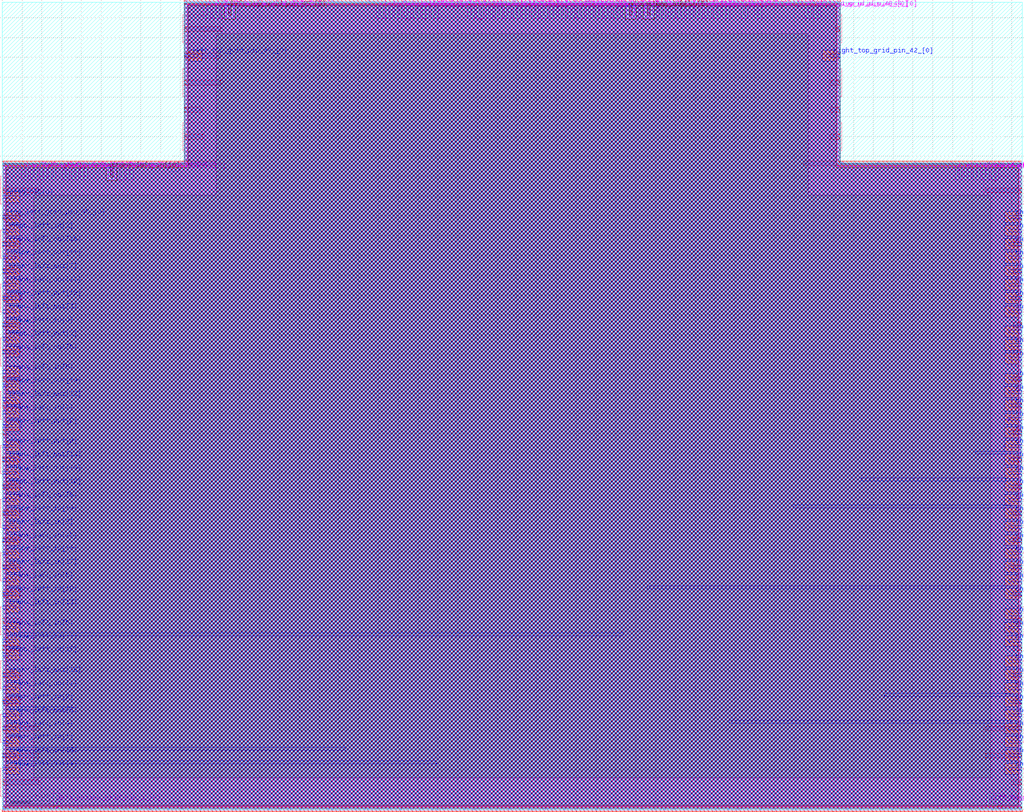
<source format=lef>
VERSION 5.7 ;
BUSBITCHARS "[]" ;

UNITS
  DATABASE MICRONS 1000 ;
END UNITS

MANUFACTURINGGRID 0.005 ;

LAYER nwell
  TYPE MASTERSLICE ;
END nwell

LAYER pwell
  TYPE MASTERSLICE ;
END pwell

LAYER fieldpoly
  TYPE MASTERSLICE ;
END fieldpoly

LAYER li1
  TYPE ROUTING ;
  DIRECTION VERTICAL ;
  PITCH 0.46 ;
  WIDTH 0.17 ;
END li1

LAYER mcon
  TYPE CUT ;
END mcon

LAYER met1
  TYPE ROUTING ;
  DIRECTION HORIZONTAL ;
  PITCH 0.34 ;
  WIDTH 0.14 ;
END met1

LAYER via
  TYPE CUT ;
END via

LAYER met2
  TYPE ROUTING ;
  DIRECTION VERTICAL ;
  PITCH 0.46 ;
  WIDTH 0.14 ;
END met2

LAYER via2
  TYPE CUT ;
END via2

LAYER met3
  TYPE ROUTING ;
  DIRECTION HORIZONTAL ;
  PITCH 0.68 ;
  WIDTH 0.3 ;
END met3

LAYER via3
  TYPE CUT ;
END via3

LAYER met4
  TYPE ROUTING ;
  DIRECTION VERTICAL ;
  PITCH 0.92 ;
  WIDTH 0.3 ;
END met4

LAYER via4
  TYPE CUT ;
END via4

LAYER met5
  TYPE ROUTING ;
  DIRECTION HORIZONTAL ;
  PITCH 3.4 ;
  WIDTH 1.6 ;
END met5

LAYER diff
  TYPE MASTERSLICE ;
END diff

LAYER licon1
  TYPE MASTERSLICE ;
END licon1

LAYER OVERLAP
  TYPE OVERLAP ;
END OVERLAP

VIA L1M1_PR
  LAYER li1 ;
    RECT -0.085 -0.085 0.085 0.085 ;
  LAYER mcon ;
    RECT -0.085 -0.085 0.085 0.085 ;
  LAYER met1 ;
    RECT -0.145 -0.115 0.145 0.115 ;
END L1M1_PR

VIA L1M1_PR_R
  LAYER li1 ;
    RECT -0.085 -0.085 0.085 0.085 ;
  LAYER mcon ;
    RECT -0.085 -0.085 0.085 0.085 ;
  LAYER met1 ;
    RECT -0.115 -0.145 0.115 0.145 ;
END L1M1_PR_R

VIA L1M1_PR_M
  LAYER li1 ;
    RECT -0.085 -0.085 0.085 0.085 ;
  LAYER mcon ;
    RECT -0.085 -0.085 0.085 0.085 ;
  LAYER met1 ;
    RECT -0.115 -0.145 0.115 0.145 ;
END L1M1_PR_M

VIA L1M1_PR_MR
  LAYER li1 ;
    RECT -0.085 -0.085 0.085 0.085 ;
  LAYER mcon ;
    RECT -0.085 -0.085 0.085 0.085 ;
  LAYER met1 ;
    RECT -0.145 -0.115 0.145 0.115 ;
END L1M1_PR_MR

VIA L1M1_PR_C
  LAYER li1 ;
    RECT -0.085 -0.085 0.085 0.085 ;
  LAYER mcon ;
    RECT -0.085 -0.085 0.085 0.085 ;
  LAYER met1 ;
    RECT -0.145 -0.145 0.145 0.145 ;
END L1M1_PR_C

VIA M1M2_PR
  LAYER met1 ;
    RECT -0.16 -0.13 0.16 0.13 ;
  LAYER via ;
    RECT -0.075 -0.075 0.075 0.075 ;
  LAYER met2 ;
    RECT -0.13 -0.16 0.13 0.16 ;
END M1M2_PR

VIA M1M2_PR_Enc
  LAYER met1 ;
    RECT -0.16 -0.13 0.16 0.13 ;
  LAYER via ;
    RECT -0.075 -0.075 0.075 0.075 ;
  LAYER met2 ;
    RECT -0.16 -0.13 0.16 0.13 ;
END M1M2_PR_Enc

VIA M1M2_PR_R
  LAYER met1 ;
    RECT -0.13 -0.16 0.13 0.16 ;
  LAYER via ;
    RECT -0.075 -0.075 0.075 0.075 ;
  LAYER met2 ;
    RECT -0.16 -0.13 0.16 0.13 ;
END M1M2_PR_R

VIA M1M2_PR_R_Enc
  LAYER met1 ;
    RECT -0.13 -0.16 0.13 0.16 ;
  LAYER via ;
    RECT -0.075 -0.075 0.075 0.075 ;
  LAYER met2 ;
    RECT -0.13 -0.16 0.13 0.16 ;
END M1M2_PR_R_Enc

VIA M1M2_PR_M
  LAYER met1 ;
    RECT -0.16 -0.13 0.16 0.13 ;
  LAYER via ;
    RECT -0.075 -0.075 0.075 0.075 ;
  LAYER met2 ;
    RECT -0.16 -0.13 0.16 0.13 ;
END M1M2_PR_M

VIA M1M2_PR_M_Enc
  LAYER met1 ;
    RECT -0.16 -0.13 0.16 0.13 ;
  LAYER via ;
    RECT -0.075 -0.075 0.075 0.075 ;
  LAYER met2 ;
    RECT -0.13 -0.16 0.13 0.16 ;
END M1M2_PR_M_Enc

VIA M1M2_PR_MR
  LAYER met1 ;
    RECT -0.13 -0.16 0.13 0.16 ;
  LAYER via ;
    RECT -0.075 -0.075 0.075 0.075 ;
  LAYER met2 ;
    RECT -0.13 -0.16 0.13 0.16 ;
END M1M2_PR_MR

VIA M1M2_PR_MR_Enc
  LAYER met1 ;
    RECT -0.13 -0.16 0.13 0.16 ;
  LAYER via ;
    RECT -0.075 -0.075 0.075 0.075 ;
  LAYER met2 ;
    RECT -0.16 -0.13 0.16 0.13 ;
END M1M2_PR_MR_Enc

VIA M1M2_PR_C
  LAYER met1 ;
    RECT -0.16 -0.16 0.16 0.16 ;
  LAYER via ;
    RECT -0.075 -0.075 0.075 0.075 ;
  LAYER met2 ;
    RECT -0.16 -0.16 0.16 0.16 ;
END M1M2_PR_C

VIA M2M3_PR
  LAYER met2 ;
    RECT -0.14 -0.185 0.14 0.185 ;
  LAYER via2 ;
    RECT -0.1 -0.1 0.1 0.1 ;
  LAYER met3 ;
    RECT -0.165 -0.165 0.165 0.165 ;
END M2M3_PR

VIA M2M3_PR_R
  LAYER met2 ;
    RECT -0.185 -0.14 0.185 0.14 ;
  LAYER via2 ;
    RECT -0.1 -0.1 0.1 0.1 ;
  LAYER met3 ;
    RECT -0.165 -0.165 0.165 0.165 ;
END M2M3_PR_R

VIA M2M3_PR_M
  LAYER met2 ;
    RECT -0.14 -0.185 0.14 0.185 ;
  LAYER via2 ;
    RECT -0.1 -0.1 0.1 0.1 ;
  LAYER met3 ;
    RECT -0.165 -0.165 0.165 0.165 ;
END M2M3_PR_M

VIA M2M3_PR_MR
  LAYER met2 ;
    RECT -0.185 -0.14 0.185 0.14 ;
  LAYER via2 ;
    RECT -0.1 -0.1 0.1 0.1 ;
  LAYER met3 ;
    RECT -0.165 -0.165 0.165 0.165 ;
END M2M3_PR_MR

VIA M2M3_PR_C
  LAYER met2 ;
    RECT -0.185 -0.185 0.185 0.185 ;
  LAYER via2 ;
    RECT -0.1 -0.1 0.1 0.1 ;
  LAYER met3 ;
    RECT -0.165 -0.165 0.165 0.165 ;
END M2M3_PR_C

VIA M3M4_PR
  LAYER met3 ;
    RECT -0.19 -0.16 0.19 0.16 ;
  LAYER via3 ;
    RECT -0.1 -0.1 0.1 0.1 ;
  LAYER met4 ;
    RECT -0.165 -0.165 0.165 0.165 ;
END M3M4_PR

VIA M3M4_PR_R
  LAYER met3 ;
    RECT -0.16 -0.19 0.16 0.19 ;
  LAYER via3 ;
    RECT -0.1 -0.1 0.1 0.1 ;
  LAYER met4 ;
    RECT -0.165 -0.165 0.165 0.165 ;
END M3M4_PR_R

VIA M3M4_PR_M
  LAYER met3 ;
    RECT -0.19 -0.16 0.19 0.16 ;
  LAYER via3 ;
    RECT -0.1 -0.1 0.1 0.1 ;
  LAYER met4 ;
    RECT -0.165 -0.165 0.165 0.165 ;
END M3M4_PR_M

VIA M3M4_PR_MR
  LAYER met3 ;
    RECT -0.16 -0.19 0.16 0.19 ;
  LAYER via3 ;
    RECT -0.1 -0.1 0.1 0.1 ;
  LAYER met4 ;
    RECT -0.165 -0.165 0.165 0.165 ;
END M3M4_PR_MR

VIA M3M4_PR_C
  LAYER met3 ;
    RECT -0.19 -0.19 0.19 0.19 ;
  LAYER via3 ;
    RECT -0.1 -0.1 0.1 0.1 ;
  LAYER met4 ;
    RECT -0.165 -0.165 0.165 0.165 ;
END M3M4_PR_C

VIA M4M5_PR
  LAYER met4 ;
    RECT -0.59 -0.59 0.59 0.59 ;
  LAYER via4 ;
    RECT -0.4 -0.4 0.4 0.4 ;
  LAYER met5 ;
    RECT -0.71 -0.71 0.71 0.71 ;
END M4M5_PR

VIA M4M5_PR_R
  LAYER met4 ;
    RECT -0.59 -0.59 0.59 0.59 ;
  LAYER via4 ;
    RECT -0.4 -0.4 0.4 0.4 ;
  LAYER met5 ;
    RECT -0.71 -0.71 0.71 0.71 ;
END M4M5_PR_R

VIA M4M5_PR_M
  LAYER met4 ;
    RECT -0.59 -0.59 0.59 0.59 ;
  LAYER via4 ;
    RECT -0.4 -0.4 0.4 0.4 ;
  LAYER met5 ;
    RECT -0.71 -0.71 0.71 0.71 ;
END M4M5_PR_M

VIA M4M5_PR_MR
  LAYER met4 ;
    RECT -0.59 -0.59 0.59 0.59 ;
  LAYER via4 ;
    RECT -0.4 -0.4 0.4 0.4 ;
  LAYER met5 ;
    RECT -0.71 -0.71 0.71 0.71 ;
END M4M5_PR_MR

VIA M4M5_PR_C
  LAYER met4 ;
    RECT -0.59 -0.59 0.59 0.59 ;
  LAYER via4 ;
    RECT -0.4 -0.4 0.4 0.4 ;
  LAYER met5 ;
    RECT -0.71 -0.71 0.71 0.71 ;
END M4M5_PR_C

SITE unit
  CLASS CORE ;
  SYMMETRY Y ;
  SIZE 0.46 BY 2.72 ;
END unit

SITE unithddbl
  CLASS CORE ;
  SIZE 0.46 BY 5.44 ;
END unithddbl

MACRO sb_1__0_
  CLASS BLOCK ;
  ORIGIN 0 0 ;
  SIZE 103.04 BY 81.6 ;
  SYMMETRY X Y ;
  PIN prog_clk[0]
    DIRECTION INPUT ;
    USE CLOCK ;
    PORT
      LAYER met3 ;
        RECT 0 61.73 1.38 62.03 ;
    END
  END prog_clk[0]
  PIN chany_top_in[0]
    DIRECTION INPUT ;
    USE SIGNAL ;
    PORT
      LAYER met2 ;
        RECT 51.91 80.24 52.05 81.6 ;
    END
  END chany_top_in[0]
  PIN chany_top_in[1]
    DIRECTION INPUT ;
    USE SIGNAL ;
    PORT
      LAYER met2 ;
        RECT 42.71 80.24 42.85 81.6 ;
    END
  END chany_top_in[1]
  PIN chany_top_in[2]
    DIRECTION INPUT ;
    USE SIGNAL ;
    PORT
      LAYER met2 ;
        RECT 60.19 80.24 60.33 81.6 ;
    END
  END chany_top_in[2]
  PIN chany_top_in[3]
    DIRECTION INPUT ;
    USE SIGNAL ;
    PORT
      LAYER met2 ;
        RECT 47.31 80.24 47.45 81.6 ;
    END
  END chany_top_in[3]
  PIN chany_top_in[4]
    DIRECTION INPUT ;
    USE SIGNAL ;
    PORT
      LAYER met4 ;
        RECT 63.33 80.24 63.63 81.6 ;
    END
  END chany_top_in[4]
  PIN chany_top_in[5]
    DIRECTION INPUT ;
    USE SIGNAL ;
    PORT
      LAYER met4 ;
        RECT 65.17 80.24 65.47 81.6 ;
    END
  END chany_top_in[5]
  PIN chany_top_in[6]
    DIRECTION INPUT ;
    USE SIGNAL ;
    PORT
      LAYER met2 ;
        RECT 63.87 80.24 64.01 81.6 ;
    END
  END chany_top_in[6]
  PIN chany_top_in[7]
    DIRECTION INPUT ;
    USE SIGNAL ;
    PORT
      LAYER met2 ;
        RECT 72.15 80.24 72.29 81.6 ;
    END
  END chany_top_in[7]
  PIN chany_top_in[8]
    DIRECTION INPUT ;
    USE SIGNAL ;
    PORT
      LAYER met2 ;
        RECT 50.99 80.24 51.13 81.6 ;
    END
  END chany_top_in[8]
  PIN chany_top_in[9]
    DIRECTION INPUT ;
    USE SIGNAL ;
    PORT
      LAYER met2 ;
        RECT 50.07 80.24 50.21 81.6 ;
    END
  END chany_top_in[9]
  PIN chany_top_in[10]
    DIRECTION INPUT ;
    USE SIGNAL ;
    PORT
      LAYER met2 ;
        RECT 64.79 80.24 64.93 81.6 ;
    END
  END chany_top_in[10]
  PIN chany_top_in[11]
    DIRECTION INPUT ;
    USE SIGNAL ;
    PORT
      LAYER met2 ;
        RECT 67.55 80.24 67.69 81.6 ;
    END
  END chany_top_in[11]
  PIN chany_top_in[12]
    DIRECTION INPUT ;
    USE SIGNAL ;
    PORT
      LAYER met2 ;
        RECT 70.31 80.24 70.45 81.6 ;
    END
  END chany_top_in[12]
  PIN chany_top_in[13]
    DIRECTION INPUT ;
    USE SIGNAL ;
    PORT
      LAYER met2 ;
        RECT 61.11 80.24 61.25 81.6 ;
    END
  END chany_top_in[13]
  PIN chany_top_in[14]
    DIRECTION INPUT ;
    USE SIGNAL ;
    PORT
      LAYER met2 ;
        RECT 68.47 80.24 68.61 81.6 ;
    END
  END chany_top_in[14]
  PIN chany_top_in[15]
    DIRECTION INPUT ;
    USE SIGNAL ;
    PORT
      LAYER met2 ;
        RECT 73.07 80.24 73.21 81.6 ;
    END
  END chany_top_in[15]
  PIN chany_top_in[16]
    DIRECTION INPUT ;
    USE SIGNAL ;
    PORT
      LAYER met2 ;
        RECT 58.35 80.24 58.49 81.6 ;
    END
  END chany_top_in[16]
  PIN chany_top_in[17]
    DIRECTION INPUT ;
    USE SIGNAL ;
    PORT
      LAYER met2 ;
        RECT 65.71 80.24 65.85 81.6 ;
    END
  END chany_top_in[17]
  PIN chany_top_in[18]
    DIRECTION INPUT ;
    USE SIGNAL ;
    PORT
      LAYER met2 ;
        RECT 57.43 80.24 57.57 81.6 ;
    END
  END chany_top_in[18]
  PIN chany_top_in[19]
    DIRECTION INPUT ;
    USE SIGNAL ;
    PORT
      LAYER met2 ;
        RECT 62.03 80.24 62.17 81.6 ;
    END
  END chany_top_in[19]
  PIN top_left_grid_pin_34_[0]
    DIRECTION INPUT ;
    USE SIGNAL ;
    PORT
      LAYER met2 ;
        RECT 7.29 63.92 7.43 65.28 ;
    END
  END top_left_grid_pin_34_[0]
  PIN top_left_grid_pin_35_[0]
    DIRECTION INPUT ;
    USE SIGNAL ;
    PORT
      LAYER met3 ;
        RECT 0 59.69 1.38 59.99 ;
    END
  END top_left_grid_pin_35_[0]
  PIN top_left_grid_pin_36_[0]
    DIRECTION INPUT ;
    USE SIGNAL ;
    PORT
      LAYER met2 ;
        RECT 2.23 63.92 2.37 65.28 ;
    END
  END top_left_grid_pin_36_[0]
  PIN top_left_grid_pin_37_[0]
    DIRECTION INPUT ;
    USE SIGNAL ;
    PORT
      LAYER met2 ;
        RECT 4.99 63.92 5.13 65.28 ;
    END
  END top_left_grid_pin_37_[0]
  PIN top_left_grid_pin_38_[0]
    DIRECTION INPUT ;
    USE SIGNAL ;
    PORT
      LAYER met2 ;
        RECT 8.21 63.92 8.35 65.28 ;
    END
  END top_left_grid_pin_38_[0]
  PIN top_left_grid_pin_39_[0]
    DIRECTION INPUT ;
    USE SIGNAL ;
    PORT
      LAYER met2 ;
        RECT 10.97 63.92 11.11 65.28 ;
    END
  END top_left_grid_pin_39_[0]
  PIN top_left_grid_pin_40_[0]
    DIRECTION INPUT ;
    USE SIGNAL ;
    PORT
      LAYER met2 ;
        RECT 20.63 80.24 20.77 81.6 ;
    END
  END top_left_grid_pin_40_[0]
  PIN top_left_grid_pin_41_[0]
    DIRECTION INPUT ;
    USE SIGNAL ;
    PORT
      LAYER met2 ;
        RECT 6.37 63.92 6.51 65.28 ;
    END
  END top_left_grid_pin_41_[0]
  PIN chanx_right_in[0]
    DIRECTION INPUT ;
    USE SIGNAL ;
    PORT
      LAYER met3 ;
        RECT 101.66 8.01 103.04 8.31 ;
    END
  END chanx_right_in[0]
  PIN chanx_right_in[1]
    DIRECTION INPUT ;
    USE SIGNAL ;
    PORT
      LAYER met3 ;
        RECT 101.66 21.61 103.04 21.91 ;
    END
  END chanx_right_in[1]
  PIN chanx_right_in[2]
    DIRECTION INPUT ;
    USE SIGNAL ;
    PORT
      LAYER met3 ;
        RECT 101.66 6.65 103.04 6.95 ;
    END
  END chanx_right_in[2]
  PIN chanx_right_in[3]
    DIRECTION INPUT ;
    USE SIGNAL ;
    PORT
      LAYER met3 ;
        RECT 101.66 18.21 103.04 18.51 ;
    END
  END chanx_right_in[3]
  PIN chanx_right_in[4]
    DIRECTION INPUT ;
    USE SIGNAL ;
    PORT
      LAYER met3 ;
        RECT 101.66 3.93 103.04 4.23 ;
    END
  END chanx_right_in[4]
  PIN chanx_right_in[5]
    DIRECTION INPUT ;
    USE SIGNAL ;
    PORT
      LAYER met3 ;
        RECT 101.66 12.09 103.04 12.39 ;
    END
  END chanx_right_in[5]
  PIN chanx_right_in[6]
    DIRECTION INPUT ;
    USE SIGNAL ;
    PORT
      LAYER met3 ;
        RECT 101.66 29.77 103.04 30.07 ;
    END
  END chanx_right_in[6]
  PIN chanx_right_in[7]
    DIRECTION INPUT ;
    USE SIGNAL ;
    PORT
      LAYER met3 ;
        RECT 101.66 43.37 103.04 43.67 ;
    END
  END chanx_right_in[7]
  PIN chanx_right_in[8]
    DIRECTION INPUT ;
    USE SIGNAL ;
    PORT
      LAYER met3 ;
        RECT 101.66 54.25 103.04 54.55 ;
    END
  END chanx_right_in[8]
  PIN chanx_right_in[9]
    DIRECTION INPUT ;
    USE SIGNAL ;
    PORT
      LAYER met3 ;
        RECT 101.66 35.21 103.04 35.51 ;
    END
  END chanx_right_in[9]
  PIN chanx_right_in[10]
    DIRECTION INPUT ;
    USE SIGNAL ;
    PORT
      LAYER met3 ;
        RECT 101.66 48.13 103.04 48.43 ;
    END
  END chanx_right_in[10]
  PIN chanx_right_in[11]
    DIRECTION INPUT ;
    USE SIGNAL ;
    PORT
      LAYER met3 ;
        RECT 101.66 9.37 103.04 9.67 ;
    END
  END chanx_right_in[11]
  PIN chanx_right_in[12]
    DIRECTION INPUT ;
    USE SIGNAL ;
    PORT
      LAYER met3 ;
        RECT 101.66 39.29 103.04 39.59 ;
    END
  END chanx_right_in[12]
  PIN chanx_right_in[13]
    DIRECTION INPUT ;
    USE SIGNAL ;
    PORT
      LAYER met3 ;
        RECT 101.66 28.41 103.04 28.71 ;
    END
  END chanx_right_in[13]
  PIN chanx_right_in[14]
    DIRECTION INPUT ;
    USE SIGNAL ;
    PORT
      LAYER met3 ;
        RECT 101.66 19.57 103.04 19.87 ;
    END
  END chanx_right_in[14]
  PIN chanx_right_in[15]
    DIRECTION INPUT ;
    USE SIGNAL ;
    PORT
      LAYER met3 ;
        RECT 101.66 50.17 103.04 50.47 ;
    END
  END chanx_right_in[15]
  PIN chanx_right_in[16]
    DIRECTION INPUT ;
    USE SIGNAL ;
    PORT
      LAYER met3 ;
        RECT 101.66 13.45 103.04 13.75 ;
    END
  END chanx_right_in[16]
  PIN chanx_right_in[17]
    DIRECTION INPUT ;
    USE SIGNAL ;
    PORT
      LAYER met3 ;
        RECT 101.66 52.89 103.04 53.19 ;
    END
  END chanx_right_in[17]
  PIN chanx_right_in[18]
    DIRECTION INPUT ;
    USE SIGNAL ;
    PORT
      LAYER met3 ;
        RECT 101.66 24.33 103.04 24.63 ;
    END
  END chanx_right_in[18]
  PIN chanx_right_in[19]
    DIRECTION INPUT ;
    USE SIGNAL ;
    PORT
      LAYER met3 ;
        RECT 101.66 10.73 103.04 11.03 ;
    END
  END chanx_right_in[19]
  PIN right_top_grid_pin_42_[0]
    DIRECTION INPUT ;
    USE SIGNAL ;
    PORT
      LAYER met3 ;
        RECT 83.26 76.01 84.64 76.31 ;
    END
  END right_top_grid_pin_42_[0]
  PIN right_top_grid_pin_43_[0]
    DIRECTION INPUT ;
    USE SIGNAL ;
    PORT
      LAYER met2 ;
        RECT 96.53 63.92 96.67 65.28 ;
    END
  END right_top_grid_pin_43_[0]
  PIN right_top_grid_pin_44_[0]
    DIRECTION INPUT ;
    USE SIGNAL ;
    PORT
      LAYER met2 ;
        RECT 82.27 80.24 82.41 81.6 ;
    END
  END right_top_grid_pin_44_[0]
  PIN right_top_grid_pin_45_[0]
    DIRECTION INPUT ;
    USE SIGNAL ;
    PORT
      LAYER met2 ;
        RECT 99.29 63.92 99.43 65.28 ;
    END
  END right_top_grid_pin_45_[0]
  PIN right_top_grid_pin_46_[0]
    DIRECTION INPUT ;
    USE SIGNAL ;
    PORT
      LAYER met2 ;
        RECT 98.37 63.92 98.51 65.28 ;
    END
  END right_top_grid_pin_46_[0]
  PIN right_top_grid_pin_47_[0]
    DIRECTION INPUT ;
    USE SIGNAL ;
    PORT
      LAYER met2 ;
        RECT 97.45 63.92 97.59 65.28 ;
    END
  END right_top_grid_pin_47_[0]
  PIN right_top_grid_pin_48_[0]
    DIRECTION INPUT ;
    USE SIGNAL ;
    PORT
      LAYER met2 ;
        RECT 81.35 80.24 81.49 81.6 ;
    END
  END right_top_grid_pin_48_[0]
  PIN right_top_grid_pin_49_[0]
    DIRECTION INPUT ;
    USE SIGNAL ;
    PORT
      LAYER met2 ;
        RECT 100.21 63.92 100.35 65.28 ;
    END
  END right_top_grid_pin_49_[0]
  PIN right_bottom_grid_pin_1_[0]
    DIRECTION INPUT ;
    USE SIGNAL ;
    PORT
      LAYER met2 ;
        RECT 100.67 0 100.81 1.36 ;
    END
  END right_bottom_grid_pin_1_[0]
  PIN chanx_left_in[0]
    DIRECTION INPUT ;
    USE SIGNAL ;
    PORT
      LAYER met3 ;
        RECT 0 48.81 1.38 49.11 ;
    END
  END chanx_left_in[0]
  PIN chanx_left_in[1]
    DIRECTION INPUT ;
    USE SIGNAL ;
    PORT
      LAYER met3 ;
        RECT 0 6.65 1.38 6.95 ;
    END
  END chanx_left_in[1]
  PIN chanx_left_in[2]
    DIRECTION INPUT ;
    USE SIGNAL ;
    PORT
      LAYER met3 ;
        RECT 0 58.33 1.38 58.63 ;
    END
  END chanx_left_in[2]
  PIN chanx_left_in[3]
    DIRECTION INPUT ;
    USE SIGNAL ;
    PORT
      LAYER met3 ;
        RECT 0 10.73 1.38 11.03 ;
    END
  END chanx_left_in[3]
  PIN chanx_left_in[4]
    DIRECTION INPUT ;
    USE SIGNAL ;
    PORT
      LAYER met3 ;
        RECT 0 8.01 1.38 8.31 ;
    END
  END chanx_left_in[4]
  PIN chanx_left_in[5]
    DIRECTION INPUT ;
    USE SIGNAL ;
    PORT
      LAYER met3 ;
        RECT 0 44.05 1.38 44.35 ;
    END
  END chanx_left_in[5]
  PIN chanx_left_in[6]
    DIRECTION INPUT ;
    USE SIGNAL ;
    PORT
      LAYER met3 ;
        RECT 0 18.21 1.38 18.51 ;
    END
  END chanx_left_in[6]
  PIN chanx_left_in[7]
    DIRECTION INPUT ;
    USE SIGNAL ;
    PORT
      LAYER met3 ;
        RECT 0 39.97 1.38 40.27 ;
    END
  END chanx_left_in[7]
  PIN chanx_left_in[8]
    DIRECTION INPUT ;
    USE SIGNAL ;
    PORT
      LAYER met3 ;
        RECT 0 22.97 1.38 23.27 ;
    END
  END chanx_left_in[8]
  PIN chanx_left_in[9]
    DIRECTION INPUT ;
    USE SIGNAL ;
    PORT
      LAYER met3 ;
        RECT 0 28.41 1.38 28.71 ;
    END
  END chanx_left_in[9]
  PIN chanx_left_in[10]
    DIRECTION INPUT ;
    USE SIGNAL ;
    PORT
      LAYER met4 ;
        RECT 10.89 63.92 11.19 65.28 ;
    END
  END chanx_left_in[10]
  PIN chanx_left_in[11]
    DIRECTION INPUT ;
    USE SIGNAL ;
    PORT
      LAYER met3 ;
        RECT 0 16.85 1.38 17.15 ;
    END
  END chanx_left_in[11]
  PIN chanx_left_in[12]
    DIRECTION INPUT ;
    USE SIGNAL ;
    PORT
      LAYER met3 ;
        RECT 0 27.05 1.38 27.35 ;
    END
  END chanx_left_in[12]
  PIN chanx_left_in[13]
    DIRECTION INPUT ;
    USE SIGNAL ;
    PORT
      LAYER met3 ;
        RECT 0 20.25 1.38 20.55 ;
    END
  END chanx_left_in[13]
  PIN chanx_left_in[14]
    DIRECTION INPUT ;
    USE SIGNAL ;
    PORT
      LAYER met3 ;
        RECT 0 25.69 1.38 25.99 ;
    END
  END chanx_left_in[14]
  PIN chanx_left_in[15]
    DIRECTION INPUT ;
    USE SIGNAL ;
    PORT
      LAYER met3 ;
        RECT 0 15.49 1.38 15.79 ;
    END
  END chanx_left_in[15]
  PIN chanx_left_in[16]
    DIRECTION INPUT ;
    USE SIGNAL ;
    PORT
      LAYER met3 ;
        RECT 0 5.29 1.38 5.59 ;
    END
  END chanx_left_in[16]
  PIN chanx_left_in[17]
    DIRECTION INPUT ;
    USE SIGNAL ;
    PORT
      LAYER met3 ;
        RECT 0 24.33 1.38 24.63 ;
    END
  END chanx_left_in[17]
  PIN chanx_left_in[18]
    DIRECTION INPUT ;
    USE SIGNAL ;
    PORT
      LAYER met3 ;
        RECT 0 29.77 1.38 30.07 ;
    END
  END chanx_left_in[18]
  PIN chanx_left_in[19]
    DIRECTION INPUT ;
    USE SIGNAL ;
    PORT
      LAYER met3 ;
        RECT 0 21.61 1.38 21.91 ;
    END
  END chanx_left_in[19]
  PIN left_top_grid_pin_42_[0]
    DIRECTION INPUT ;
    USE SIGNAL ;
    PORT
      LAYER met2 ;
        RECT 11.89 63.92 12.03 65.28 ;
    END
  END left_top_grid_pin_42_[0]
  PIN left_top_grid_pin_43_[0]
    DIRECTION INPUT ;
    USE SIGNAL ;
    PORT
      LAYER met2 ;
        RECT 12.81 63.92 12.95 65.28 ;
    END
  END left_top_grid_pin_43_[0]
  PIN left_top_grid_pin_44_[0]
    DIRECTION INPUT ;
    USE SIGNAL ;
    PORT
      LAYER met2 ;
        RECT 23.39 80.24 23.53 81.6 ;
    END
  END left_top_grid_pin_44_[0]
  PIN left_top_grid_pin_45_[0]
    DIRECTION INPUT ;
    USE SIGNAL ;
    PORT
      LAYER met4 ;
        RECT 22.85 80.24 23.15 81.6 ;
    END
  END left_top_grid_pin_45_[0]
  PIN left_top_grid_pin_46_[0]
    DIRECTION INPUT ;
    USE SIGNAL ;
    PORT
      LAYER met2 ;
        RECT 21.55 80.24 21.69 81.6 ;
    END
  END left_top_grid_pin_46_[0]
  PIN left_top_grid_pin_47_[0]
    DIRECTION INPUT ;
    USE SIGNAL ;
    PORT
      LAYER met3 ;
        RECT 18.4 76.01 19.78 76.31 ;
    END
  END left_top_grid_pin_47_[0]
  PIN left_top_grid_pin_48_[0]
    DIRECTION INPUT ;
    USE SIGNAL ;
    PORT
      LAYER met2 ;
        RECT 22.47 80.24 22.61 81.6 ;
    END
  END left_top_grid_pin_48_[0]
  PIN left_top_grid_pin_49_[0]
    DIRECTION INPUT ;
    USE SIGNAL ;
    PORT
      LAYER met2 ;
        RECT 4.07 63.92 4.21 65.28 ;
    END
  END left_top_grid_pin_49_[0]
  PIN left_bottom_grid_pin_1_[0]
    DIRECTION INPUT ;
    USE SIGNAL ;
    PORT
      LAYER met2 ;
        RECT 5.45 0 5.59 1.36 ;
    END
  END left_bottom_grid_pin_1_[0]
  PIN ccff_head[0]
    DIRECTION INPUT ;
    USE SIGNAL ;
    PORT
      LAYER met2 ;
        RECT 99.75 0 99.89 1.36 ;
    END
  END ccff_head[0]
  PIN chany_top_out[0]
    DIRECTION OUTPUT ;
    USE SIGNAL ;
    PORT
      LAYER met2 ;
        RECT 39.95 80.24 40.09 81.6 ;
    END
  END chany_top_out[0]
  PIN chany_top_out[1]
    DIRECTION OUTPUT ;
    USE SIGNAL ;
    PORT
      LAYER met2 ;
        RECT 39.03 80.24 39.17 81.6 ;
    END
  END chany_top_out[1]
  PIN chany_top_out[2]
    DIRECTION OUTPUT ;
    USE SIGNAL ;
    PORT
      LAYER met2 ;
        RECT 41.79 80.24 41.93 81.6 ;
    END
  END chany_top_out[2]
  PIN chany_top_out[3]
    DIRECTION OUTPUT ;
    USE SIGNAL ;
    PORT
      LAYER met2 ;
        RECT 49.15 80.24 49.29 81.6 ;
    END
  END chany_top_out[3]
  PIN chany_top_out[4]
    DIRECTION OUTPUT ;
    USE SIGNAL ;
    PORT
      LAYER met2 ;
        RECT 62.95 80.24 63.09 81.6 ;
    END
  END chany_top_out[4]
  PIN chany_top_out[5]
    DIRECTION OUTPUT ;
    USE SIGNAL ;
    PORT
      LAYER met2 ;
        RECT 69.39 80.24 69.53 81.6 ;
    END
  END chany_top_out[5]
  PIN chany_top_out[6]
    DIRECTION OUTPUT ;
    USE SIGNAL ;
    PORT
      LAYER met2 ;
        RECT 71.23 80.24 71.37 81.6 ;
    END
  END chany_top_out[6]
  PIN chany_top_out[7]
    DIRECTION OUTPUT ;
    USE SIGNAL ;
    PORT
      LAYER met2 ;
        RECT 48.23 80.24 48.37 81.6 ;
    END
  END chany_top_out[7]
  PIN chany_top_out[8]
    DIRECTION OUTPUT ;
    USE SIGNAL ;
    PORT
      LAYER met2 ;
        RECT 40.87 80.24 41.01 81.6 ;
    END
  END chany_top_out[8]
  PIN chany_top_out[9]
    DIRECTION OUTPUT ;
    USE SIGNAL ;
    PORT
      LAYER met2 ;
        RECT 56.51 80.24 56.65 81.6 ;
    END
  END chany_top_out[9]
  PIN chany_top_out[10]
    DIRECTION OUTPUT ;
    USE SIGNAL ;
    PORT
      LAYER met2 ;
        RECT 52.83 80.24 52.97 81.6 ;
    END
  END chany_top_out[10]
  PIN chany_top_out[11]
    DIRECTION OUTPUT ;
    USE SIGNAL ;
    PORT
      LAYER met2 ;
        RECT 54.67 80.24 54.81 81.6 ;
    END
  END chany_top_out[11]
  PIN chany_top_out[12]
    DIRECTION OUTPUT ;
    USE SIGNAL ;
    PORT
      LAYER met2 ;
        RECT 59.27 80.24 59.41 81.6 ;
    END
  END chany_top_out[12]
  PIN chany_top_out[13]
    DIRECTION OUTPUT ;
    USE SIGNAL ;
    PORT
      LAYER met2 ;
        RECT 74.91 80.24 75.05 81.6 ;
    END
  END chany_top_out[13]
  PIN chany_top_out[14]
    DIRECTION OUTPUT ;
    USE SIGNAL ;
    PORT
      LAYER met2 ;
        RECT 55.59 80.24 55.73 81.6 ;
    END
  END chany_top_out[14]
  PIN chany_top_out[15]
    DIRECTION OUTPUT ;
    USE SIGNAL ;
    PORT
      LAYER met2 ;
        RECT 38.11 80.24 38.25 81.6 ;
    END
  END chany_top_out[15]
  PIN chany_top_out[16]
    DIRECTION OUTPUT ;
    USE SIGNAL ;
    PORT
      LAYER met2 ;
        RECT 66.63 80.24 66.77 81.6 ;
    END
  END chany_top_out[16]
  PIN chany_top_out[17]
    DIRECTION OUTPUT ;
    USE SIGNAL ;
    PORT
      LAYER met2 ;
        RECT 76.29 80.24 76.43 81.6 ;
    END
  END chany_top_out[17]
  PIN chany_top_out[18]
    DIRECTION OUTPUT ;
    USE SIGNAL ;
    PORT
      LAYER met2 ;
        RECT 53.75 80.24 53.89 81.6 ;
    END
  END chany_top_out[18]
  PIN chany_top_out[19]
    DIRECTION OUTPUT ;
    USE SIGNAL ;
    PORT
      LAYER met2 ;
        RECT 43.63 80.24 43.77 81.6 ;
    END
  END chany_top_out[19]
  PIN chanx_right_out[0]
    DIRECTION OUTPUT ;
    USE SIGNAL ;
    PORT
      LAYER met3 ;
        RECT 101.66 5.29 103.04 5.59 ;
    END
  END chanx_right_out[0]
  PIN chanx_right_out[1]
    DIRECTION OUTPUT ;
    USE SIGNAL ;
    PORT
      LAYER met3 ;
        RECT 101.66 59.69 103.04 59.99 ;
    END
  END chanx_right_out[1]
  PIN chanx_right_out[2]
    DIRECTION OUTPUT ;
    USE SIGNAL ;
    PORT
      LAYER met3 ;
        RECT 101.66 55.61 103.04 55.91 ;
    END
  END chanx_right_out[2]
  PIN chanx_right_out[3]
    DIRECTION OUTPUT ;
    USE SIGNAL ;
    PORT
      LAYER met3 ;
        RECT 101.66 46.77 103.04 47.07 ;
    END
  END chanx_right_out[3]
  PIN chanx_right_out[4]
    DIRECTION OUTPUT ;
    USE SIGNAL ;
    PORT
      LAYER met3 ;
        RECT 101.66 27.05 103.04 27.35 ;
    END
  END chanx_right_out[4]
  PIN chanx_right_out[5]
    DIRECTION OUTPUT ;
    USE SIGNAL ;
    PORT
      LAYER met3 ;
        RECT 101.66 45.41 103.04 45.71 ;
    END
  END chanx_right_out[5]
  PIN chanx_right_out[6]
    DIRECTION OUTPUT ;
    USE SIGNAL ;
    PORT
      LAYER met3 ;
        RECT 101.66 25.69 103.04 25.99 ;
    END
  END chanx_right_out[6]
  PIN chanx_right_out[7]
    DIRECTION OUTPUT ;
    USE SIGNAL ;
    PORT
      LAYER met3 ;
        RECT 101.66 42.01 103.04 42.31 ;
    END
  END chanx_right_out[7]
  PIN chanx_right_out[8]
    DIRECTION OUTPUT ;
    USE SIGNAL ;
    PORT
      LAYER met3 ;
        RECT 101.66 58.33 103.04 58.63 ;
    END
  END chanx_right_out[8]
  PIN chanx_right_out[9]
    DIRECTION OUTPUT ;
    USE SIGNAL ;
    PORT
      LAYER met3 ;
        RECT 101.66 32.49 103.04 32.79 ;
    END
  END chanx_right_out[9]
  PIN chanx_right_out[10]
    DIRECTION OUTPUT ;
    USE SIGNAL ;
    PORT
      LAYER met3 ;
        RECT 101.66 16.85 103.04 17.15 ;
    END
  END chanx_right_out[10]
  PIN chanx_right_out[11]
    DIRECTION OUTPUT ;
    USE SIGNAL ;
    PORT
      LAYER met3 ;
        RECT 101.66 22.97 103.04 23.27 ;
    END
  END chanx_right_out[11]
  PIN chanx_right_out[12]
    DIRECTION OUTPUT ;
    USE SIGNAL ;
    PORT
      LAYER met3 ;
        RECT 101.66 56.97 103.04 57.27 ;
    END
  END chanx_right_out[12]
  PIN chanx_right_out[13]
    DIRECTION OUTPUT ;
    USE SIGNAL ;
    PORT
      LAYER met3 ;
        RECT 101.66 37.93 103.04 38.23 ;
    END
  END chanx_right_out[13]
  PIN chanx_right_out[14]
    DIRECTION OUTPUT ;
    USE SIGNAL ;
    PORT
      LAYER met3 ;
        RECT 101.66 31.13 103.04 31.43 ;
    END
  END chanx_right_out[14]
  PIN chanx_right_out[15]
    DIRECTION OUTPUT ;
    USE SIGNAL ;
    PORT
      LAYER met3 ;
        RECT 101.66 51.53 103.04 51.83 ;
    END
  END chanx_right_out[15]
  PIN chanx_right_out[16]
    DIRECTION OUTPUT ;
    USE SIGNAL ;
    PORT
      LAYER met3 ;
        RECT 101.66 14.81 103.04 15.11 ;
    END
  END chanx_right_out[16]
  PIN chanx_right_out[17]
    DIRECTION OUTPUT ;
    USE SIGNAL ;
    PORT
      LAYER met3 ;
        RECT 101.66 40.65 103.04 40.95 ;
    END
  END chanx_right_out[17]
  PIN chanx_right_out[18]
    DIRECTION OUTPUT ;
    USE SIGNAL ;
    PORT
      LAYER met3 ;
        RECT 101.66 36.57 103.04 36.87 ;
    END
  END chanx_right_out[18]
  PIN chanx_right_out[19]
    DIRECTION OUTPUT ;
    USE SIGNAL ;
    PORT
      LAYER met3 ;
        RECT 101.66 33.85 103.04 34.15 ;
    END
  END chanx_right_out[19]
  PIN chanx_left_out[0]
    DIRECTION OUTPUT ;
    USE SIGNAL ;
    PORT
      LAYER met3 ;
        RECT 0 46.09 1.38 46.39 ;
    END
  END chanx_left_out[0]
  PIN chanx_left_out[1]
    DIRECTION OUTPUT ;
    USE SIGNAL ;
    PORT
      LAYER met3 ;
        RECT 0 12.09 1.38 12.39 ;
    END
  END chanx_left_out[1]
  PIN chanx_left_out[2]
    DIRECTION OUTPUT ;
    USE SIGNAL ;
    PORT
      LAYER met3 ;
        RECT 0 47.45 1.38 47.75 ;
    END
  END chanx_left_out[2]
  PIN chanx_left_out[3]
    DIRECTION OUTPUT ;
    USE SIGNAL ;
    PORT
      LAYER met3 ;
        RECT 0 50.17 1.38 50.47 ;
    END
  END chanx_left_out[3]
  PIN chanx_left_out[4]
    DIRECTION OUTPUT ;
    USE SIGNAL ;
    PORT
      LAYER met3 ;
        RECT 0 3.93 1.38 4.23 ;
    END
  END chanx_left_out[4]
  PIN chanx_left_out[5]
    DIRECTION OUTPUT ;
    USE SIGNAL ;
    PORT
      LAYER met3 ;
        RECT 0 9.37 1.38 9.67 ;
    END
  END chanx_left_out[5]
  PIN chanx_left_out[6]
    DIRECTION OUTPUT ;
    USE SIGNAL ;
    PORT
      LAYER met3 ;
        RECT 0 36.57 1.38 36.87 ;
    END
  END chanx_left_out[6]
  PIN chanx_left_out[7]
    DIRECTION OUTPUT ;
    USE SIGNAL ;
    PORT
      LAYER met3 ;
        RECT 0 54.25 1.38 54.55 ;
    END
  END chanx_left_out[7]
  PIN chanx_left_out[8]
    DIRECTION OUTPUT ;
    USE SIGNAL ;
    PORT
      LAYER met3 ;
        RECT 0 38.61 1.38 38.91 ;
    END
  END chanx_left_out[8]
  PIN chanx_left_out[9]
    DIRECTION OUTPUT ;
    USE SIGNAL ;
    PORT
      LAYER met3 ;
        RECT 0 31.13 1.38 31.43 ;
    END
  END chanx_left_out[9]
  PIN chanx_left_out[10]
    DIRECTION OUTPUT ;
    USE SIGNAL ;
    PORT
      LAYER met3 ;
        RECT 0 32.49 1.38 32.79 ;
    END
  END chanx_left_out[10]
  PIN chanx_left_out[11]
    DIRECTION OUTPUT ;
    USE SIGNAL ;
    PORT
      LAYER met3 ;
        RECT 0 55.61 1.38 55.91 ;
    END
  END chanx_left_out[11]
  PIN chanx_left_out[12]
    DIRECTION OUTPUT ;
    USE SIGNAL ;
    PORT
      LAYER met3 ;
        RECT 0 41.33 1.38 41.63 ;
    END
  END chanx_left_out[12]
  PIN chanx_left_out[13]
    DIRECTION OUTPUT ;
    USE SIGNAL ;
    PORT
      LAYER met3 ;
        RECT 0 33.85 1.38 34.15 ;
    END
  END chanx_left_out[13]
  PIN chanx_left_out[14]
    DIRECTION OUTPUT ;
    USE SIGNAL ;
    PORT
      LAYER met3 ;
        RECT 0 35.21 1.38 35.51 ;
    END
  END chanx_left_out[14]
  PIN chanx_left_out[15]
    DIRECTION OUTPUT ;
    USE SIGNAL ;
    PORT
      LAYER met3 ;
        RECT 0 51.53 1.38 51.83 ;
    END
  END chanx_left_out[15]
  PIN chanx_left_out[16]
    DIRECTION OUTPUT ;
    USE SIGNAL ;
    PORT
      LAYER met3 ;
        RECT 0 13.45 1.38 13.75 ;
    END
  END chanx_left_out[16]
  PIN chanx_left_out[17]
    DIRECTION OUTPUT ;
    USE SIGNAL ;
    PORT
      LAYER met3 ;
        RECT 0 52.89 1.38 53.19 ;
    END
  END chanx_left_out[17]
  PIN chanx_left_out[18]
    DIRECTION OUTPUT ;
    USE SIGNAL ;
    PORT
      LAYER met3 ;
        RECT 0 42.69 1.38 42.99 ;
    END
  END chanx_left_out[18]
  PIN chanx_left_out[19]
    DIRECTION OUTPUT ;
    USE SIGNAL ;
    PORT
      LAYER met3 ;
        RECT 0 56.97 1.38 57.27 ;
    END
  END chanx_left_out[19]
  PIN ccff_tail[0]
    DIRECTION OUTPUT ;
    USE SIGNAL ;
    PORT
      LAYER met2 ;
        RECT 3.15 63.92 3.29 65.28 ;
    END
  END ccff_tail[0]
  PIN VDD
    DIRECTION INPUT ;
    USE POWER ;
  END VDD
  PIN VSS
    DIRECTION INPUT ;
    USE GROUND ;
  END VSS
  OBS
    LAYER li1 ;
      RECT 18.4 81.515 84.64 81.685 ;
      RECT 84.18 78.795 84.64 78.965 ;
      RECT 18.4 78.795 22.08 78.965 ;
      RECT 83.72 76.075 84.64 76.245 ;
      RECT 18.4 76.075 22.08 76.245 ;
      RECT 83.72 73.355 84.64 73.525 ;
      RECT 18.4 73.355 22.08 73.525 ;
      RECT 83.72 70.635 84.64 70.805 ;
      RECT 18.4 70.635 20.24 70.805 ;
      RECT 83.72 67.915 84.64 68.085 ;
      RECT 18.4 67.915 20.24 68.085 ;
      RECT 80.96 65.195 103.04 65.365 ;
      RECT 0 65.195 21.62 65.365 ;
      RECT 99.36 62.475 103.04 62.645 ;
      RECT 0 62.475 3.68 62.645 ;
      RECT 102.12 59.755 103.04 59.925 ;
      RECT 0 59.755 1.84 59.925 ;
      RECT 102.12 57.035 103.04 57.205 ;
      RECT 0 57.035 1.84 57.205 ;
      RECT 102.12 54.315 103.04 54.485 ;
      RECT 0 54.315 1.84 54.485 ;
      RECT 102.12 51.595 103.04 51.765 ;
      RECT 0 51.595 1.84 51.765 ;
      RECT 102.12 48.875 103.04 49.045 ;
      RECT 0 48.875 1.84 49.045 ;
      RECT 102.12 46.155 103.04 46.325 ;
      RECT 0 46.155 1.84 46.325 ;
      RECT 102.12 43.435 103.04 43.605 ;
      RECT 0 43.435 1.84 43.605 ;
      RECT 102.12 40.715 103.04 40.885 ;
      RECT 0 40.715 1.84 40.885 ;
      RECT 102.12 37.995 103.04 38.165 ;
      RECT 0 37.995 1.84 38.165 ;
      RECT 102.12 35.275 103.04 35.445 ;
      RECT 0 35.275 1.84 35.445 ;
      RECT 102.12 32.555 103.04 32.725 ;
      RECT 0 32.555 1.84 32.725 ;
      RECT 102.12 29.835 103.04 30.005 ;
      RECT 0 29.835 1.84 30.005 ;
      RECT 102.12 27.115 103.04 27.285 ;
      RECT 0 27.115 1.84 27.285 ;
      RECT 102.12 24.395 103.04 24.565 ;
      RECT 0 24.395 1.84 24.565 ;
      RECT 102.12 21.675 103.04 21.845 ;
      RECT 0 21.675 1.84 21.845 ;
      RECT 102.12 18.955 103.04 19.125 ;
      RECT 0 18.955 1.84 19.125 ;
      RECT 102.12 16.235 103.04 16.405 ;
      RECT 0 16.235 1.84 16.405 ;
      RECT 102.12 13.515 103.04 13.685 ;
      RECT 0 13.515 1.84 13.685 ;
      RECT 102.12 10.795 103.04 10.965 ;
      RECT 0 10.795 1.84 10.965 ;
      RECT 99.36 8.075 103.04 8.245 ;
      RECT 0 8.075 3.68 8.245 ;
      RECT 99.36 5.355 103.04 5.525 ;
      RECT 0 5.355 3.68 5.525 ;
      RECT 102.12 2.635 103.04 2.805 ;
      RECT 0 2.635 3.68 2.805 ;
      RECT 0 -0.085 103.04 0.085 ;
    LAYER met3 ;
      POLYGON 101.81 36.19 101.81 35.91 101.26 35.91 101.26 35.89 98.29 35.89 98.29 36.19 ;
      POLYGON 101.365 33.485 101.365 33.155 101.035 33.155 101.035 33.17 86.79 33.17 86.79 33.47 101.035 33.47 101.035 33.485 ;
      POLYGON 101.825 30.765 101.825 30.435 101.495 30.435 101.495 30.45 79.89 30.45 79.89 30.75 101.495 30.75 101.495 30.765 ;
      POLYGON 101.81 22.59 101.81 22.31 101.26 22.31 101.26 22.29 65.17 22.29 65.17 22.59 ;
      POLYGON 1.545 17.845 1.545 17.83 62.71 17.83 62.71 17.53 1.545 17.53 1.545 17.515 1.215 17.515 1.215 17.845 ;
      POLYGON 101.81 11.71 101.81 11.43 101.26 11.43 101.26 11.41 89.09 11.41 89.09 11.71 ;
      POLYGON 7.05 10.35 7.05 10.05 1.99 10.05 1.99 9.37 1.78 9.37 1.78 10.07 1.69 10.07 1.69 10.35 ;
      POLYGON 101.26 8.99 101.26 8.97 101.81 8.97 101.81 8.69 73.45 8.69 73.45 8.99 ;
      POLYGON 34.65 6.27 34.65 5.97 1.23 5.97 1.23 6.25 1.78 6.25 1.78 6.27 ;
      POLYGON 43.85 4.91 43.85 4.61 1.23 4.61 1.23 4.89 1.78 4.89 1.78 4.91 ;
      POLYGON 84.24 81.2 84.24 76.71 82.86 76.71 82.86 75.61 84.24 75.61 84.24 64.88 102.64 64.88 102.64 60.39 101.26 60.39 101.26 59.29 102.64 59.29 102.64 59.03 101.26 59.03 101.26 57.93 102.64 57.93 102.64 57.67 101.26 57.67 101.26 56.57 102.64 56.57 102.64 56.31 101.26 56.31 101.26 55.21 102.64 55.21 102.64 54.95 101.26 54.95 101.26 53.85 102.64 53.85 102.64 53.59 101.26 53.59 101.26 52.49 102.64 52.49 102.64 52.23 101.26 52.23 101.26 51.13 102.64 51.13 102.64 50.87 101.26 50.87 101.26 49.77 102.64 49.77 102.64 48.83 101.26 48.83 101.26 47.73 102.64 47.73 102.64 47.47 101.26 47.47 101.26 46.37 102.64 46.37 102.64 46.11 101.26 46.11 101.26 45.01 102.64 45.01 102.64 44.07 101.26 44.07 101.26 42.97 102.64 42.97 102.64 42.71 101.26 42.71 101.26 41.61 102.64 41.61 102.64 41.35 101.26 41.35 101.26 40.25 102.64 40.25 102.64 39.99 101.26 39.99 101.26 38.89 102.64 38.89 102.64 38.63 101.26 38.63 101.26 37.53 102.64 37.53 102.64 37.27 101.26 37.27 101.26 36.17 102.64 36.17 102.64 35.91 101.26 35.91 101.26 34.81 102.64 34.81 102.64 34.55 101.26 34.55 101.26 33.45 102.64 33.45 102.64 33.19 101.26 33.19 101.26 32.09 102.64 32.09 102.64 31.83 101.26 31.83 101.26 30.73 102.64 30.73 102.64 30.47 101.26 30.47 101.26 29.37 102.64 29.37 102.64 29.11 101.26 29.11 101.26 28.01 102.64 28.01 102.64 27.75 101.26 27.75 101.26 26.65 102.64 26.65 102.64 26.39 101.26 26.39 101.26 25.29 102.64 25.29 102.64 25.03 101.26 25.03 101.26 23.93 102.64 23.93 102.64 23.67 101.26 23.67 101.26 22.57 102.64 22.57 102.64 22.31 101.26 22.31 101.26 21.21 102.64 21.21 102.64 20.27 101.26 20.27 101.26 19.17 102.64 19.17 102.64 18.91 101.26 18.91 101.26 17.81 102.64 17.81 102.64 17.55 101.26 17.55 101.26 16.45 102.64 16.45 102.64 15.51 101.26 15.51 101.26 14.41 102.64 14.41 102.64 14.15 101.26 14.15 101.26 13.05 102.64 13.05 102.64 12.79 101.26 12.79 101.26 11.69 102.64 11.69 102.64 11.43 101.26 11.43 101.26 10.33 102.64 10.33 102.64 10.07 101.26 10.07 101.26 8.97 102.64 8.97 102.64 8.71 101.26 8.71 101.26 7.61 102.64 7.61 102.64 7.35 101.26 7.35 101.26 6.25 102.64 6.25 102.64 5.99 101.26 5.99 101.26 4.89 102.64 4.89 102.64 4.63 101.26 4.63 101.26 3.53 102.64 3.53 102.64 0.4 0.4 0.4 0.4 3.53 1.78 3.53 1.78 4.63 0.4 4.63 0.4 4.89 1.78 4.89 1.78 5.99 0.4 5.99 0.4 6.25 1.78 6.25 1.78 7.35 0.4 7.35 0.4 7.61 1.78 7.61 1.78 8.71 0.4 8.71 0.4 8.97 1.78 8.97 1.78 10.07 0.4 10.07 0.4 10.33 1.78 10.33 1.78 11.43 0.4 11.43 0.4 11.69 1.78 11.69 1.78 12.79 0.4 12.79 0.4 13.05 1.78 13.05 1.78 14.15 0.4 14.15 0.4 15.09 1.78 15.09 1.78 16.19 0.4 16.19 0.4 16.45 1.78 16.45 1.78 17.55 0.4 17.55 0.4 17.81 1.78 17.81 1.78 18.91 0.4 18.91 0.4 19.85 1.78 19.85 1.78 20.95 0.4 20.95 0.4 21.21 1.78 21.21 1.78 22.31 0.4 22.31 0.4 22.57 1.78 22.57 1.78 23.67 0.4 23.67 0.4 23.93 1.78 23.93 1.78 25.03 0.4 25.03 0.4 25.29 1.78 25.29 1.78 26.39 0.4 26.39 0.4 26.65 1.78 26.65 1.78 27.75 0.4 27.75 0.4 28.01 1.78 28.01 1.78 29.11 0.4 29.11 0.4 29.37 1.78 29.37 1.78 30.47 0.4 30.47 0.4 30.73 1.78 30.73 1.78 31.83 0.4 31.83 0.4 32.09 1.78 32.09 1.78 33.19 0.4 33.19 0.4 33.45 1.78 33.45 1.78 34.55 0.4 34.55 0.4 34.81 1.78 34.81 1.78 35.91 0.4 35.91 0.4 36.17 1.78 36.17 1.78 37.27 0.4 37.27 0.4 38.21 1.78 38.21 1.78 39.31 0.4 39.31 0.4 39.57 1.78 39.57 1.78 40.67 0.4 40.67 0.4 40.93 1.78 40.93 1.78 42.03 0.4 42.03 0.4 42.29 1.78 42.29 1.78 43.39 0.4 43.39 0.4 43.65 1.78 43.65 1.78 44.75 0.4 44.75 0.4 45.69 1.78 45.69 1.78 46.79 0.4 46.79 0.4 47.05 1.78 47.05 1.78 48.15 0.4 48.15 0.4 48.41 1.78 48.41 1.78 49.51 0.4 49.51 0.4 49.77 1.78 49.77 1.78 50.87 0.4 50.87 0.4 51.13 1.78 51.13 1.78 52.23 0.4 52.23 0.4 52.49 1.78 52.49 1.78 53.59 0.4 53.59 0.4 53.85 1.78 53.85 1.78 54.95 0.4 54.95 0.4 55.21 1.78 55.21 1.78 56.31 0.4 56.31 0.4 56.57 1.78 56.57 1.78 57.67 0.4 57.67 0.4 57.93 1.78 57.93 1.78 59.03 0.4 59.03 0.4 59.29 1.78 59.29 1.78 60.39 0.4 60.39 0.4 61.33 1.78 61.33 1.78 62.43 0.4 62.43 0.4 64.88 18.8 64.88 18.8 75.61 20.18 75.61 20.18 76.71 18.8 76.71 18.8 81.2 ;
    LAYER met2 ;
      RECT 49.55 79.74 49.81 80.06 ;
      POLYGON 84.36 81.32 84.36 65 96.25 65 96.25 63.64 96.95 63.64 96.95 65 97.17 65 97.17 63.64 97.87 63.64 97.87 65 98.09 65 98.09 63.64 98.79 63.64 98.79 65 99.01 65 99.01 63.64 99.71 63.64 99.71 65 99.93 65 99.93 63.64 100.63 63.64 100.63 65 102.76 65 102.76 0.28 101.09 0.28 101.09 1.64 100.39 1.64 100.39 0.28 100.17 0.28 100.17 1.64 99.47 1.64 99.47 0.28 5.87 0.28 5.87 1.64 5.17 1.64 5.17 0.28 0.28 0.28 0.28 65 1.95 65 1.95 63.64 2.65 63.64 2.65 65 2.87 65 2.87 63.64 3.57 63.64 3.57 65 3.79 65 3.79 63.64 4.49 63.64 4.49 65 4.71 65 4.71 63.64 5.41 63.64 5.41 65 6.09 65 6.09 63.64 6.79 63.64 6.79 65 7.01 65 7.01 63.64 7.71 63.64 7.71 65 7.93 65 7.93 63.64 8.63 63.64 8.63 65 10.69 65 10.69 63.64 11.39 63.64 11.39 65 11.61 65 11.61 63.64 12.31 63.64 12.31 65 12.53 65 12.53 63.64 13.23 63.64 13.23 65 18.68 65 18.68 81.32 20.35 81.32 20.35 79.96 21.05 79.96 21.05 81.32 21.27 81.32 21.27 79.96 21.97 79.96 21.97 81.32 22.19 81.32 22.19 79.96 22.89 79.96 22.89 81.32 23.11 81.32 23.11 79.96 23.81 79.96 23.81 81.32 37.83 81.32 37.83 79.96 38.53 79.96 38.53 81.32 38.75 81.32 38.75 79.96 39.45 79.96 39.45 81.32 39.67 81.32 39.67 79.96 40.37 79.96 40.37 81.32 40.59 81.32 40.59 79.96 41.29 79.96 41.29 81.32 41.51 81.32 41.51 79.96 42.21 79.96 42.21 81.32 42.43 81.32 42.43 79.96 43.13 79.96 43.13 81.32 43.35 81.32 43.35 79.96 44.05 79.96 44.05 81.32 47.03 81.32 47.03 79.96 47.73 79.96 47.73 81.32 47.95 81.32 47.95 79.96 48.65 79.96 48.65 81.32 48.87 81.32 48.87 79.96 49.57 79.96 49.57 81.32 49.79 81.32 49.79 79.96 50.49 79.96 50.49 81.32 50.71 81.32 50.71 79.96 51.41 79.96 51.41 81.32 51.63 81.32 51.63 79.96 52.33 79.96 52.33 81.32 52.55 81.32 52.55 79.96 53.25 79.96 53.25 81.32 53.47 81.32 53.47 79.96 54.17 79.96 54.17 81.32 54.39 81.32 54.39 79.96 55.09 79.96 55.09 81.32 55.31 81.32 55.31 79.96 56.01 79.96 56.01 81.32 56.23 81.32 56.23 79.96 56.93 79.96 56.93 81.32 57.15 81.32 57.15 79.96 57.85 79.96 57.85 81.32 58.07 81.32 58.07 79.96 58.77 79.96 58.77 81.32 58.99 81.32 58.99 79.96 59.69 79.96 59.69 81.32 59.91 81.32 59.91 79.96 60.61 79.96 60.61 81.32 60.83 81.32 60.83 79.96 61.53 79.96 61.53 81.32 61.75 81.32 61.75 79.96 62.45 79.96 62.45 81.32 62.67 81.32 62.67 79.96 63.37 79.96 63.37 81.32 63.59 81.32 63.59 79.96 64.29 79.96 64.29 81.32 64.51 81.32 64.51 79.96 65.21 79.96 65.21 81.32 65.43 81.32 65.43 79.96 66.13 79.96 66.13 81.32 66.35 81.32 66.35 79.96 67.05 79.96 67.05 81.32 67.27 81.32 67.27 79.96 67.97 79.96 67.97 81.32 68.19 81.32 68.19 79.96 68.89 79.96 68.89 81.32 69.11 81.32 69.11 79.96 69.81 79.96 69.81 81.32 70.03 81.32 70.03 79.96 70.73 79.96 70.73 81.32 70.95 81.32 70.95 79.96 71.65 79.96 71.65 81.32 71.87 81.32 71.87 79.96 72.57 79.96 72.57 81.32 72.79 81.32 72.79 79.96 73.49 79.96 73.49 81.32 74.63 81.32 74.63 79.96 75.33 79.96 75.33 81.32 76.01 81.32 76.01 79.96 76.71 79.96 76.71 81.32 81.07 81.32 81.07 79.96 81.77 79.96 81.77 81.32 81.99 81.32 81.99 79.96 82.69 79.96 82.69 81.32 ;
    LAYER met4 ;
      POLYGON 84.24 81.2 84.24 64.88 102.64 64.88 102.64 0.4 0.4 0.4 0.4 64.88 10.49 64.88 10.49 63.52 11.59 63.52 11.59 64.88 18.8 64.88 18.8 81.2 22.45 81.2 22.45 79.84 23.55 79.84 23.55 81.2 62.93 81.2 62.93 79.84 64.03 79.84 64.03 81.2 64.77 81.2 64.77 79.84 65.87 79.84 65.87 81.2 ;
    LAYER li1 ;
      RECT 65.865 80.79 66.615 81.335 ;
      RECT 17.105 64.47 17.855 65.015 ;
      RECT 65.865 0.265 66.615 0.81 ;
      RECT 17.105 0.265 17.855 0.81 ;
      POLYGON 84.3 81.26 84.3 64.94 102.7 64.94 102.7 0.34 0.34 0.34 0.34 64.94 18.74 64.94 18.74 81.26 ;
    LAYER met1 ;
      RECT 18.4 81.36 84.64 81.84 ;
      RECT 84.18 78.64 84.64 79.12 ;
      RECT 18.4 78.64 22.08 79.12 ;
      RECT 83.72 75.92 84.64 76.4 ;
      RECT 18.4 75.92 22.08 76.4 ;
      RECT 83.72 73.2 84.64 73.68 ;
      RECT 18.4 73.2 22.08 73.68 ;
      RECT 83.72 70.48 84.64 70.96 ;
      RECT 18.4 70.48 20.24 70.96 ;
      RECT 83.72 67.76 84.64 68.24 ;
      RECT 18.4 67.76 20.24 68.24 ;
      RECT 80.96 65.04 103.04 65.52 ;
      RECT 0 65.04 21.62 65.52 ;
      RECT 99.36 62.32 103.04 62.8 ;
      RECT 0 62.32 3.68 62.8 ;
      RECT 102.12 59.6 103.04 60.08 ;
      RECT 0 59.6 1.84 60.08 ;
      RECT 102.12 56.88 103.04 57.36 ;
      RECT 0 56.88 1.84 57.36 ;
      RECT 102.12 54.16 103.04 54.64 ;
      RECT 0 54.16 1.84 54.64 ;
      RECT 102.12 51.44 103.04 51.92 ;
      RECT 0 51.44 1.84 51.92 ;
      RECT 102.12 48.72 103.04 49.2 ;
      RECT 0 48.72 1.84 49.2 ;
      RECT 102.12 46 103.04 46.48 ;
      RECT 0 46 1.84 46.48 ;
      RECT 102.12 43.28 103.04 43.76 ;
      RECT 0 43.28 1.84 43.76 ;
      RECT 102.12 40.56 103.04 41.04 ;
      RECT 0 40.56 1.84 41.04 ;
      RECT 102.12 37.84 103.04 38.32 ;
      RECT 0 37.84 1.84 38.32 ;
      RECT 102.12 35.12 103.04 35.6 ;
      RECT 0 35.12 1.84 35.6 ;
      RECT 102.12 32.4 103.04 32.88 ;
      RECT 0 32.4 1.84 32.88 ;
      RECT 102.12 29.68 103.04 30.16 ;
      RECT 0 29.68 1.84 30.16 ;
      RECT 102.12 26.96 103.04 27.44 ;
      RECT 0 26.96 1.84 27.44 ;
      RECT 102.12 24.24 103.04 24.72 ;
      RECT 0 24.24 1.84 24.72 ;
      RECT 102.12 21.52 103.04 22 ;
      RECT 0 21.52 1.84 22 ;
      RECT 102.12 18.8 103.04 19.28 ;
      RECT 0 18.8 1.84 19.28 ;
      RECT 102.12 16.08 103.04 16.56 ;
      RECT 0 16.08 1.84 16.56 ;
      RECT 102.12 13.36 103.04 13.84 ;
      RECT 0 13.36 1.84 13.84 ;
      RECT 102.12 10.64 103.04 11.12 ;
      RECT 0 10.64 1.84 11.12 ;
      RECT 99.36 7.92 103.04 8.4 ;
      RECT 0 7.92 3.68 8.4 ;
      RECT 99.36 5.2 103.04 5.68 ;
      RECT 0 5.2 3.68 5.68 ;
      RECT 102.12 2.48 103.04 2.96 ;
      RECT 0 2.48 3.68 2.96 ;
      RECT 0 -0.24 103.04 0.24 ;
      POLYGON 84.36 81.32 84.36 65 102.76 65 102.76 0.28 0.28 0.28 0.28 65 18.68 65 18.68 81.32 ;
    LAYER met5 ;
      POLYGON 81.44 78.4 81.44 62.08 99.84 62.08 99.84 3.2 3.2 3.2 3.2 62.08 21.6 62.08 21.6 78.4 ;
    LAYER mcon ;
      RECT 84.325 81.515 84.495 81.685 ;
      RECT 83.865 81.515 84.035 81.685 ;
      RECT 83.405 81.515 83.575 81.685 ;
      RECT 82.945 81.515 83.115 81.685 ;
      RECT 82.485 81.515 82.655 81.685 ;
      RECT 82.025 81.515 82.195 81.685 ;
      RECT 81.565 81.515 81.735 81.685 ;
      RECT 81.105 81.515 81.275 81.685 ;
      RECT 80.645 81.515 80.815 81.685 ;
      RECT 80.185 81.515 80.355 81.685 ;
      RECT 79.725 81.515 79.895 81.685 ;
      RECT 79.265 81.515 79.435 81.685 ;
      RECT 78.805 81.515 78.975 81.685 ;
      RECT 78.345 81.515 78.515 81.685 ;
      RECT 77.885 81.515 78.055 81.685 ;
      RECT 77.425 81.515 77.595 81.685 ;
      RECT 76.965 81.515 77.135 81.685 ;
      RECT 76.505 81.515 76.675 81.685 ;
      RECT 76.045 81.515 76.215 81.685 ;
      RECT 75.585 81.515 75.755 81.685 ;
      RECT 75.125 81.515 75.295 81.685 ;
      RECT 74.665 81.515 74.835 81.685 ;
      RECT 74.205 81.515 74.375 81.685 ;
      RECT 73.745 81.515 73.915 81.685 ;
      RECT 73.285 81.515 73.455 81.685 ;
      RECT 72.825 81.515 72.995 81.685 ;
      RECT 72.365 81.515 72.535 81.685 ;
      RECT 71.905 81.515 72.075 81.685 ;
      RECT 71.445 81.515 71.615 81.685 ;
      RECT 70.985 81.515 71.155 81.685 ;
      RECT 70.525 81.515 70.695 81.685 ;
      RECT 70.065 81.515 70.235 81.685 ;
      RECT 69.605 81.515 69.775 81.685 ;
      RECT 69.145 81.515 69.315 81.685 ;
      RECT 68.685 81.515 68.855 81.685 ;
      RECT 68.225 81.515 68.395 81.685 ;
      RECT 67.765 81.515 67.935 81.685 ;
      RECT 67.305 81.515 67.475 81.685 ;
      RECT 66.845 81.515 67.015 81.685 ;
      RECT 66.385 81.515 66.555 81.685 ;
      RECT 65.925 81.515 66.095 81.685 ;
      RECT 65.465 81.515 65.635 81.685 ;
      RECT 65.005 81.515 65.175 81.685 ;
      RECT 64.545 81.515 64.715 81.685 ;
      RECT 64.085 81.515 64.255 81.685 ;
      RECT 63.625 81.515 63.795 81.685 ;
      RECT 63.165 81.515 63.335 81.685 ;
      RECT 62.705 81.515 62.875 81.685 ;
      RECT 62.245 81.515 62.415 81.685 ;
      RECT 61.785 81.515 61.955 81.685 ;
      RECT 61.325 81.515 61.495 81.685 ;
      RECT 60.865 81.515 61.035 81.685 ;
      RECT 60.405 81.515 60.575 81.685 ;
      RECT 59.945 81.515 60.115 81.685 ;
      RECT 59.485 81.515 59.655 81.685 ;
      RECT 59.025 81.515 59.195 81.685 ;
      RECT 58.565 81.515 58.735 81.685 ;
      RECT 58.105 81.515 58.275 81.685 ;
      RECT 57.645 81.515 57.815 81.685 ;
      RECT 57.185 81.515 57.355 81.685 ;
      RECT 56.725 81.515 56.895 81.685 ;
      RECT 56.265 81.515 56.435 81.685 ;
      RECT 55.805 81.515 55.975 81.685 ;
      RECT 55.345 81.515 55.515 81.685 ;
      RECT 54.885 81.515 55.055 81.685 ;
      RECT 54.425 81.515 54.595 81.685 ;
      RECT 53.965 81.515 54.135 81.685 ;
      RECT 53.505 81.515 53.675 81.685 ;
      RECT 53.045 81.515 53.215 81.685 ;
      RECT 52.585 81.515 52.755 81.685 ;
      RECT 52.125 81.515 52.295 81.685 ;
      RECT 51.665 81.515 51.835 81.685 ;
      RECT 51.205 81.515 51.375 81.685 ;
      RECT 50.745 81.515 50.915 81.685 ;
      RECT 50.285 81.515 50.455 81.685 ;
      RECT 49.825 81.515 49.995 81.685 ;
      RECT 49.365 81.515 49.535 81.685 ;
      RECT 48.905 81.515 49.075 81.685 ;
      RECT 48.445 81.515 48.615 81.685 ;
      RECT 47.985 81.515 48.155 81.685 ;
      RECT 47.525 81.515 47.695 81.685 ;
      RECT 47.065 81.515 47.235 81.685 ;
      RECT 46.605 81.515 46.775 81.685 ;
      RECT 46.145 81.515 46.315 81.685 ;
      RECT 45.685 81.515 45.855 81.685 ;
      RECT 45.225 81.515 45.395 81.685 ;
      RECT 44.765 81.515 44.935 81.685 ;
      RECT 44.305 81.515 44.475 81.685 ;
      RECT 43.845 81.515 44.015 81.685 ;
      RECT 43.385 81.515 43.555 81.685 ;
      RECT 42.925 81.515 43.095 81.685 ;
      RECT 42.465 81.515 42.635 81.685 ;
      RECT 42.005 81.515 42.175 81.685 ;
      RECT 41.545 81.515 41.715 81.685 ;
      RECT 41.085 81.515 41.255 81.685 ;
      RECT 40.625 81.515 40.795 81.685 ;
      RECT 40.165 81.515 40.335 81.685 ;
      RECT 39.705 81.515 39.875 81.685 ;
      RECT 39.245 81.515 39.415 81.685 ;
      RECT 38.785 81.515 38.955 81.685 ;
      RECT 38.325 81.515 38.495 81.685 ;
      RECT 37.865 81.515 38.035 81.685 ;
      RECT 37.405 81.515 37.575 81.685 ;
      RECT 36.945 81.515 37.115 81.685 ;
      RECT 36.485 81.515 36.655 81.685 ;
      RECT 36.025 81.515 36.195 81.685 ;
      RECT 35.565 81.515 35.735 81.685 ;
      RECT 35.105 81.515 35.275 81.685 ;
      RECT 34.645 81.515 34.815 81.685 ;
      RECT 34.185 81.515 34.355 81.685 ;
      RECT 33.725 81.515 33.895 81.685 ;
      RECT 33.265 81.515 33.435 81.685 ;
      RECT 32.805 81.515 32.975 81.685 ;
      RECT 32.345 81.515 32.515 81.685 ;
      RECT 31.885 81.515 32.055 81.685 ;
      RECT 31.425 81.515 31.595 81.685 ;
      RECT 30.965 81.515 31.135 81.685 ;
      RECT 30.505 81.515 30.675 81.685 ;
      RECT 30.045 81.515 30.215 81.685 ;
      RECT 29.585 81.515 29.755 81.685 ;
      RECT 29.125 81.515 29.295 81.685 ;
      RECT 28.665 81.515 28.835 81.685 ;
      RECT 28.205 81.515 28.375 81.685 ;
      RECT 27.745 81.515 27.915 81.685 ;
      RECT 27.285 81.515 27.455 81.685 ;
      RECT 26.825 81.515 26.995 81.685 ;
      RECT 26.365 81.515 26.535 81.685 ;
      RECT 25.905 81.515 26.075 81.685 ;
      RECT 25.445 81.515 25.615 81.685 ;
      RECT 24.985 81.515 25.155 81.685 ;
      RECT 24.525 81.515 24.695 81.685 ;
      RECT 24.065 81.515 24.235 81.685 ;
      RECT 23.605 81.515 23.775 81.685 ;
      RECT 23.145 81.515 23.315 81.685 ;
      RECT 22.685 81.515 22.855 81.685 ;
      RECT 22.225 81.515 22.395 81.685 ;
      RECT 21.765 81.515 21.935 81.685 ;
      RECT 21.305 81.515 21.475 81.685 ;
      RECT 20.845 81.515 21.015 81.685 ;
      RECT 20.385 81.515 20.555 81.685 ;
      RECT 19.925 81.515 20.095 81.685 ;
      RECT 19.465 81.515 19.635 81.685 ;
      RECT 19.005 81.515 19.175 81.685 ;
      RECT 18.545 81.515 18.715 81.685 ;
      RECT 84.325 78.795 84.495 78.965 ;
      RECT 18.545 78.795 18.715 78.965 ;
      RECT 84.325 76.075 84.495 76.245 ;
      RECT 18.545 76.075 18.715 76.245 ;
      RECT 84.325 73.355 84.495 73.525 ;
      RECT 18.545 73.355 18.715 73.525 ;
      RECT 84.325 70.635 84.495 70.805 ;
      RECT 18.545 70.635 18.715 70.805 ;
      RECT 84.325 67.915 84.495 68.085 ;
      RECT 18.545 67.915 18.715 68.085 ;
      RECT 102.725 65.195 102.895 65.365 ;
      RECT 102.265 65.195 102.435 65.365 ;
      RECT 101.805 65.195 101.975 65.365 ;
      RECT 101.345 65.195 101.515 65.365 ;
      RECT 100.885 65.195 101.055 65.365 ;
      RECT 100.425 65.195 100.595 65.365 ;
      RECT 99.965 65.195 100.135 65.365 ;
      RECT 99.505 65.195 99.675 65.365 ;
      RECT 99.045 65.195 99.215 65.365 ;
      RECT 98.585 65.195 98.755 65.365 ;
      RECT 98.125 65.195 98.295 65.365 ;
      RECT 97.665 65.195 97.835 65.365 ;
      RECT 97.205 65.195 97.375 65.365 ;
      RECT 96.745 65.195 96.915 65.365 ;
      RECT 96.285 65.195 96.455 65.365 ;
      RECT 95.825 65.195 95.995 65.365 ;
      RECT 95.365 65.195 95.535 65.365 ;
      RECT 94.905 65.195 95.075 65.365 ;
      RECT 94.445 65.195 94.615 65.365 ;
      RECT 93.985 65.195 94.155 65.365 ;
      RECT 93.525 65.195 93.695 65.365 ;
      RECT 93.065 65.195 93.235 65.365 ;
      RECT 92.605 65.195 92.775 65.365 ;
      RECT 92.145 65.195 92.315 65.365 ;
      RECT 91.685 65.195 91.855 65.365 ;
      RECT 91.225 65.195 91.395 65.365 ;
      RECT 90.765 65.195 90.935 65.365 ;
      RECT 90.305 65.195 90.475 65.365 ;
      RECT 89.845 65.195 90.015 65.365 ;
      RECT 89.385 65.195 89.555 65.365 ;
      RECT 88.925 65.195 89.095 65.365 ;
      RECT 88.465 65.195 88.635 65.365 ;
      RECT 88.005 65.195 88.175 65.365 ;
      RECT 87.545 65.195 87.715 65.365 ;
      RECT 87.085 65.195 87.255 65.365 ;
      RECT 86.625 65.195 86.795 65.365 ;
      RECT 86.165 65.195 86.335 65.365 ;
      RECT 85.705 65.195 85.875 65.365 ;
      RECT 85.245 65.195 85.415 65.365 ;
      RECT 84.785 65.195 84.955 65.365 ;
      RECT 84.325 65.195 84.495 65.365 ;
      RECT 18.545 65.195 18.715 65.365 ;
      RECT 18.085 65.195 18.255 65.365 ;
      RECT 17.625 65.195 17.795 65.365 ;
      RECT 17.165 65.195 17.335 65.365 ;
      RECT 16.705 65.195 16.875 65.365 ;
      RECT 16.245 65.195 16.415 65.365 ;
      RECT 15.785 65.195 15.955 65.365 ;
      RECT 15.325 65.195 15.495 65.365 ;
      RECT 14.865 65.195 15.035 65.365 ;
      RECT 14.405 65.195 14.575 65.365 ;
      RECT 13.945 65.195 14.115 65.365 ;
      RECT 13.485 65.195 13.655 65.365 ;
      RECT 13.025 65.195 13.195 65.365 ;
      RECT 12.565 65.195 12.735 65.365 ;
      RECT 12.105 65.195 12.275 65.365 ;
      RECT 11.645 65.195 11.815 65.365 ;
      RECT 11.185 65.195 11.355 65.365 ;
      RECT 10.725 65.195 10.895 65.365 ;
      RECT 10.265 65.195 10.435 65.365 ;
      RECT 9.805 65.195 9.975 65.365 ;
      RECT 9.345 65.195 9.515 65.365 ;
      RECT 8.885 65.195 9.055 65.365 ;
      RECT 8.425 65.195 8.595 65.365 ;
      RECT 7.965 65.195 8.135 65.365 ;
      RECT 7.505 65.195 7.675 65.365 ;
      RECT 7.045 65.195 7.215 65.365 ;
      RECT 6.585 65.195 6.755 65.365 ;
      RECT 6.125 65.195 6.295 65.365 ;
      RECT 5.665 65.195 5.835 65.365 ;
      RECT 5.205 65.195 5.375 65.365 ;
      RECT 4.745 65.195 4.915 65.365 ;
      RECT 4.285 65.195 4.455 65.365 ;
      RECT 3.825 65.195 3.995 65.365 ;
      RECT 3.365 65.195 3.535 65.365 ;
      RECT 2.905 65.195 3.075 65.365 ;
      RECT 2.445 65.195 2.615 65.365 ;
      RECT 1.985 65.195 2.155 65.365 ;
      RECT 1.525 65.195 1.695 65.365 ;
      RECT 1.065 65.195 1.235 65.365 ;
      RECT 0.605 65.195 0.775 65.365 ;
      RECT 0.145 65.195 0.315 65.365 ;
      RECT 102.725 62.475 102.895 62.645 ;
      RECT 0.145 62.475 0.315 62.645 ;
      RECT 102.725 59.755 102.895 59.925 ;
      RECT 0.145 59.755 0.315 59.925 ;
      RECT 102.725 57.035 102.895 57.205 ;
      RECT 0.145 57.035 0.315 57.205 ;
      RECT 102.725 54.315 102.895 54.485 ;
      RECT 0.145 54.315 0.315 54.485 ;
      RECT 102.725 51.595 102.895 51.765 ;
      RECT 0.145 51.595 0.315 51.765 ;
      RECT 102.725 48.875 102.895 49.045 ;
      RECT 0.145 48.875 0.315 49.045 ;
      RECT 102.725 46.155 102.895 46.325 ;
      RECT 0.145 46.155 0.315 46.325 ;
      RECT 102.725 43.435 102.895 43.605 ;
      RECT 0.145 43.435 0.315 43.605 ;
      RECT 102.725 40.715 102.895 40.885 ;
      RECT 0.145 40.715 0.315 40.885 ;
      RECT 102.725 37.995 102.895 38.165 ;
      RECT 0.145 37.995 0.315 38.165 ;
      RECT 102.725 35.275 102.895 35.445 ;
      RECT 0.145 35.275 0.315 35.445 ;
      RECT 102.725 32.555 102.895 32.725 ;
      RECT 0.145 32.555 0.315 32.725 ;
      RECT 102.725 29.835 102.895 30.005 ;
      RECT 0.145 29.835 0.315 30.005 ;
      RECT 102.725 27.115 102.895 27.285 ;
      RECT 0.145 27.115 0.315 27.285 ;
      RECT 102.725 24.395 102.895 24.565 ;
      RECT 0.145 24.395 0.315 24.565 ;
      RECT 102.725 21.675 102.895 21.845 ;
      RECT 0.145 21.675 0.315 21.845 ;
      RECT 102.725 18.955 102.895 19.125 ;
      RECT 0.145 18.955 0.315 19.125 ;
      RECT 102.725 16.235 102.895 16.405 ;
      RECT 0.145 16.235 0.315 16.405 ;
      RECT 102.725 13.515 102.895 13.685 ;
      RECT 0.145 13.515 0.315 13.685 ;
      RECT 102.725 10.795 102.895 10.965 ;
      RECT 0.145 10.795 0.315 10.965 ;
      RECT 102.725 8.075 102.895 8.245 ;
      RECT 0.145 8.075 0.315 8.245 ;
      RECT 102.725 5.355 102.895 5.525 ;
      RECT 0.145 5.355 0.315 5.525 ;
      RECT 102.725 2.635 102.895 2.805 ;
      RECT 0.145 2.635 0.315 2.805 ;
      RECT 102.725 -0.085 102.895 0.085 ;
      RECT 102.265 -0.085 102.435 0.085 ;
      RECT 101.805 -0.085 101.975 0.085 ;
      RECT 101.345 -0.085 101.515 0.085 ;
      RECT 100.885 -0.085 101.055 0.085 ;
      RECT 100.425 -0.085 100.595 0.085 ;
      RECT 99.965 -0.085 100.135 0.085 ;
      RECT 99.505 -0.085 99.675 0.085 ;
      RECT 99.045 -0.085 99.215 0.085 ;
      RECT 98.585 -0.085 98.755 0.085 ;
      RECT 98.125 -0.085 98.295 0.085 ;
      RECT 97.665 -0.085 97.835 0.085 ;
      RECT 97.205 -0.085 97.375 0.085 ;
      RECT 96.745 -0.085 96.915 0.085 ;
      RECT 96.285 -0.085 96.455 0.085 ;
      RECT 95.825 -0.085 95.995 0.085 ;
      RECT 95.365 -0.085 95.535 0.085 ;
      RECT 94.905 -0.085 95.075 0.085 ;
      RECT 94.445 -0.085 94.615 0.085 ;
      RECT 93.985 -0.085 94.155 0.085 ;
      RECT 93.525 -0.085 93.695 0.085 ;
      RECT 93.065 -0.085 93.235 0.085 ;
      RECT 92.605 -0.085 92.775 0.085 ;
      RECT 92.145 -0.085 92.315 0.085 ;
      RECT 91.685 -0.085 91.855 0.085 ;
      RECT 91.225 -0.085 91.395 0.085 ;
      RECT 90.765 -0.085 90.935 0.085 ;
      RECT 90.305 -0.085 90.475 0.085 ;
      RECT 89.845 -0.085 90.015 0.085 ;
      RECT 89.385 -0.085 89.555 0.085 ;
      RECT 88.925 -0.085 89.095 0.085 ;
      RECT 88.465 -0.085 88.635 0.085 ;
      RECT 88.005 -0.085 88.175 0.085 ;
      RECT 87.545 -0.085 87.715 0.085 ;
      RECT 87.085 -0.085 87.255 0.085 ;
      RECT 86.625 -0.085 86.795 0.085 ;
      RECT 86.165 -0.085 86.335 0.085 ;
      RECT 85.705 -0.085 85.875 0.085 ;
      RECT 85.245 -0.085 85.415 0.085 ;
      RECT 84.785 -0.085 84.955 0.085 ;
      RECT 84.325 -0.085 84.495 0.085 ;
      RECT 83.865 -0.085 84.035 0.085 ;
      RECT 83.405 -0.085 83.575 0.085 ;
      RECT 82.945 -0.085 83.115 0.085 ;
      RECT 82.485 -0.085 82.655 0.085 ;
      RECT 82.025 -0.085 82.195 0.085 ;
      RECT 81.565 -0.085 81.735 0.085 ;
      RECT 81.105 -0.085 81.275 0.085 ;
      RECT 80.645 -0.085 80.815 0.085 ;
      RECT 80.185 -0.085 80.355 0.085 ;
      RECT 79.725 -0.085 79.895 0.085 ;
      RECT 79.265 -0.085 79.435 0.085 ;
      RECT 78.805 -0.085 78.975 0.085 ;
      RECT 78.345 -0.085 78.515 0.085 ;
      RECT 77.885 -0.085 78.055 0.085 ;
      RECT 77.425 -0.085 77.595 0.085 ;
      RECT 76.965 -0.085 77.135 0.085 ;
      RECT 76.505 -0.085 76.675 0.085 ;
      RECT 76.045 -0.085 76.215 0.085 ;
      RECT 75.585 -0.085 75.755 0.085 ;
      RECT 75.125 -0.085 75.295 0.085 ;
      RECT 74.665 -0.085 74.835 0.085 ;
      RECT 74.205 -0.085 74.375 0.085 ;
      RECT 73.745 -0.085 73.915 0.085 ;
      RECT 73.285 -0.085 73.455 0.085 ;
      RECT 72.825 -0.085 72.995 0.085 ;
      RECT 72.365 -0.085 72.535 0.085 ;
      RECT 71.905 -0.085 72.075 0.085 ;
      RECT 71.445 -0.085 71.615 0.085 ;
      RECT 70.985 -0.085 71.155 0.085 ;
      RECT 70.525 -0.085 70.695 0.085 ;
      RECT 70.065 -0.085 70.235 0.085 ;
      RECT 69.605 -0.085 69.775 0.085 ;
      RECT 69.145 -0.085 69.315 0.085 ;
      RECT 68.685 -0.085 68.855 0.085 ;
      RECT 68.225 -0.085 68.395 0.085 ;
      RECT 67.765 -0.085 67.935 0.085 ;
      RECT 67.305 -0.085 67.475 0.085 ;
      RECT 66.845 -0.085 67.015 0.085 ;
      RECT 66.385 -0.085 66.555 0.085 ;
      RECT 65.925 -0.085 66.095 0.085 ;
      RECT 65.465 -0.085 65.635 0.085 ;
      RECT 65.005 -0.085 65.175 0.085 ;
      RECT 64.545 -0.085 64.715 0.085 ;
      RECT 64.085 -0.085 64.255 0.085 ;
      RECT 63.625 -0.085 63.795 0.085 ;
      RECT 63.165 -0.085 63.335 0.085 ;
      RECT 62.705 -0.085 62.875 0.085 ;
      RECT 62.245 -0.085 62.415 0.085 ;
      RECT 61.785 -0.085 61.955 0.085 ;
      RECT 61.325 -0.085 61.495 0.085 ;
      RECT 60.865 -0.085 61.035 0.085 ;
      RECT 60.405 -0.085 60.575 0.085 ;
      RECT 59.945 -0.085 60.115 0.085 ;
      RECT 59.485 -0.085 59.655 0.085 ;
      RECT 59.025 -0.085 59.195 0.085 ;
      RECT 58.565 -0.085 58.735 0.085 ;
      RECT 58.105 -0.085 58.275 0.085 ;
      RECT 57.645 -0.085 57.815 0.085 ;
      RECT 57.185 -0.085 57.355 0.085 ;
      RECT 56.725 -0.085 56.895 0.085 ;
      RECT 56.265 -0.085 56.435 0.085 ;
      RECT 55.805 -0.085 55.975 0.085 ;
      RECT 55.345 -0.085 55.515 0.085 ;
      RECT 54.885 -0.085 55.055 0.085 ;
      RECT 54.425 -0.085 54.595 0.085 ;
      RECT 53.965 -0.085 54.135 0.085 ;
      RECT 53.505 -0.085 53.675 0.085 ;
      RECT 53.045 -0.085 53.215 0.085 ;
      RECT 52.585 -0.085 52.755 0.085 ;
      RECT 52.125 -0.085 52.295 0.085 ;
      RECT 51.665 -0.085 51.835 0.085 ;
      RECT 51.205 -0.085 51.375 0.085 ;
      RECT 50.745 -0.085 50.915 0.085 ;
      RECT 50.285 -0.085 50.455 0.085 ;
      RECT 49.825 -0.085 49.995 0.085 ;
      RECT 49.365 -0.085 49.535 0.085 ;
      RECT 48.905 -0.085 49.075 0.085 ;
      RECT 48.445 -0.085 48.615 0.085 ;
      RECT 47.985 -0.085 48.155 0.085 ;
      RECT 47.525 -0.085 47.695 0.085 ;
      RECT 47.065 -0.085 47.235 0.085 ;
      RECT 46.605 -0.085 46.775 0.085 ;
      RECT 46.145 -0.085 46.315 0.085 ;
      RECT 45.685 -0.085 45.855 0.085 ;
      RECT 45.225 -0.085 45.395 0.085 ;
      RECT 44.765 -0.085 44.935 0.085 ;
      RECT 44.305 -0.085 44.475 0.085 ;
      RECT 43.845 -0.085 44.015 0.085 ;
      RECT 43.385 -0.085 43.555 0.085 ;
      RECT 42.925 -0.085 43.095 0.085 ;
      RECT 42.465 -0.085 42.635 0.085 ;
      RECT 42.005 -0.085 42.175 0.085 ;
      RECT 41.545 -0.085 41.715 0.085 ;
      RECT 41.085 -0.085 41.255 0.085 ;
      RECT 40.625 -0.085 40.795 0.085 ;
      RECT 40.165 -0.085 40.335 0.085 ;
      RECT 39.705 -0.085 39.875 0.085 ;
      RECT 39.245 -0.085 39.415 0.085 ;
      RECT 38.785 -0.085 38.955 0.085 ;
      RECT 38.325 -0.085 38.495 0.085 ;
      RECT 37.865 -0.085 38.035 0.085 ;
      RECT 37.405 -0.085 37.575 0.085 ;
      RECT 36.945 -0.085 37.115 0.085 ;
      RECT 36.485 -0.085 36.655 0.085 ;
      RECT 36.025 -0.085 36.195 0.085 ;
      RECT 35.565 -0.085 35.735 0.085 ;
      RECT 35.105 -0.085 35.275 0.085 ;
      RECT 34.645 -0.085 34.815 0.085 ;
      RECT 34.185 -0.085 34.355 0.085 ;
      RECT 33.725 -0.085 33.895 0.085 ;
      RECT 33.265 -0.085 33.435 0.085 ;
      RECT 32.805 -0.085 32.975 0.085 ;
      RECT 32.345 -0.085 32.515 0.085 ;
      RECT 31.885 -0.085 32.055 0.085 ;
      RECT 31.425 -0.085 31.595 0.085 ;
      RECT 30.965 -0.085 31.135 0.085 ;
      RECT 30.505 -0.085 30.675 0.085 ;
      RECT 30.045 -0.085 30.215 0.085 ;
      RECT 29.585 -0.085 29.755 0.085 ;
      RECT 29.125 -0.085 29.295 0.085 ;
      RECT 28.665 -0.085 28.835 0.085 ;
      RECT 28.205 -0.085 28.375 0.085 ;
      RECT 27.745 -0.085 27.915 0.085 ;
      RECT 27.285 -0.085 27.455 0.085 ;
      RECT 26.825 -0.085 26.995 0.085 ;
      RECT 26.365 -0.085 26.535 0.085 ;
      RECT 25.905 -0.085 26.075 0.085 ;
      RECT 25.445 -0.085 25.615 0.085 ;
      RECT 24.985 -0.085 25.155 0.085 ;
      RECT 24.525 -0.085 24.695 0.085 ;
      RECT 24.065 -0.085 24.235 0.085 ;
      RECT 23.605 -0.085 23.775 0.085 ;
      RECT 23.145 -0.085 23.315 0.085 ;
      RECT 22.685 -0.085 22.855 0.085 ;
      RECT 22.225 -0.085 22.395 0.085 ;
      RECT 21.765 -0.085 21.935 0.085 ;
      RECT 21.305 -0.085 21.475 0.085 ;
      RECT 20.845 -0.085 21.015 0.085 ;
      RECT 20.385 -0.085 20.555 0.085 ;
      RECT 19.925 -0.085 20.095 0.085 ;
      RECT 19.465 -0.085 19.635 0.085 ;
      RECT 19.005 -0.085 19.175 0.085 ;
      RECT 18.545 -0.085 18.715 0.085 ;
      RECT 18.085 -0.085 18.255 0.085 ;
      RECT 17.625 -0.085 17.795 0.085 ;
      RECT 17.165 -0.085 17.335 0.085 ;
      RECT 16.705 -0.085 16.875 0.085 ;
      RECT 16.245 -0.085 16.415 0.085 ;
      RECT 15.785 -0.085 15.955 0.085 ;
      RECT 15.325 -0.085 15.495 0.085 ;
      RECT 14.865 -0.085 15.035 0.085 ;
      RECT 14.405 -0.085 14.575 0.085 ;
      RECT 13.945 -0.085 14.115 0.085 ;
      RECT 13.485 -0.085 13.655 0.085 ;
      RECT 13.025 -0.085 13.195 0.085 ;
      RECT 12.565 -0.085 12.735 0.085 ;
      RECT 12.105 -0.085 12.275 0.085 ;
      RECT 11.645 -0.085 11.815 0.085 ;
      RECT 11.185 -0.085 11.355 0.085 ;
      RECT 10.725 -0.085 10.895 0.085 ;
      RECT 10.265 -0.085 10.435 0.085 ;
      RECT 9.805 -0.085 9.975 0.085 ;
      RECT 9.345 -0.085 9.515 0.085 ;
      RECT 8.885 -0.085 9.055 0.085 ;
      RECT 8.425 -0.085 8.595 0.085 ;
      RECT 7.965 -0.085 8.135 0.085 ;
      RECT 7.505 -0.085 7.675 0.085 ;
      RECT 7.045 -0.085 7.215 0.085 ;
      RECT 6.585 -0.085 6.755 0.085 ;
      RECT 6.125 -0.085 6.295 0.085 ;
      RECT 5.665 -0.085 5.835 0.085 ;
      RECT 5.205 -0.085 5.375 0.085 ;
      RECT 4.745 -0.085 4.915 0.085 ;
      RECT 4.285 -0.085 4.455 0.085 ;
      RECT 3.825 -0.085 3.995 0.085 ;
      RECT 3.365 -0.085 3.535 0.085 ;
      RECT 2.905 -0.085 3.075 0.085 ;
      RECT 2.445 -0.085 2.615 0.085 ;
      RECT 1.985 -0.085 2.155 0.085 ;
      RECT 1.525 -0.085 1.695 0.085 ;
      RECT 1.065 -0.085 1.235 0.085 ;
      RECT 0.605 -0.085 0.775 0.085 ;
      RECT 0.145 -0.085 0.315 0.085 ;
    LAYER via ;
      RECT 48.225 79.825 48.375 79.975 ;
      RECT 42.705 79.825 42.855 79.975 ;
      RECT 40.865 79.825 41.015 79.975 ;
      RECT 100.205 63.505 100.355 63.655 ;
      RECT 11.885 63.505 12.035 63.655 ;
    LAYER via2 ;
      RECT 1.28 55.66 1.48 55.86 ;
      RECT 1.74 51.58 1.94 51.78 ;
      RECT 101.56 39.34 101.76 39.54 ;
      RECT 1.74 38.66 1.94 38.86 ;
      RECT 101.1 36.62 101.3 36.82 ;
      RECT 1.28 33.9 1.48 34.1 ;
      RECT 1.28 27.1 1.48 27.3 ;
      RECT 101.56 16.9 101.76 17.1 ;
      RECT 1.74 15.54 1.94 15.74 ;
      RECT 1.28 10.78 1.48 10.98 ;
    LAYER fieldpoly ;
      POLYGON 84.5 81.46 84.5 65.14 102.9 65.14 102.9 0.14 0.14 0.14 0.14 65.14 18.54 65.14 18.54 81.46 ;
    LAYER diff ;
      POLYGON 84.64 81.6 84.64 65.28 103.04 65.28 103.04 0 0 0 0 65.28 18.4 65.28 18.4 81.6 ;
    LAYER nwell ;
      RECT 83.99 77.465 84.83 80.295 ;
      POLYGON 22.27 80.295 22.27 78.69 20.43 78.69 20.43 77.465 18.21 77.465 18.21 80.295 ;
      RECT 83.53 72.025 84.83 74.855 ;
      POLYGON 22.27 74.855 22.27 73.25 20.43 73.25 20.43 72.025 18.21 72.025 18.21 74.855 ;
      POLYGON 84.83 69.415 84.83 66.585 83.53 66.585 83.53 68.19 83.99 68.19 83.99 69.415 ;
      RECT 18.21 66.585 20.43 69.415 ;
      POLYGON 103.23 63.975 103.23 61.145 101.93 61.145 101.93 62.37 99.17 62.37 99.17 63.975 ;
      POLYGON 3.87 63.975 3.87 62.37 2.03 62.37 2.03 61.145 -0.19 61.145 -0.19 63.975 ;
      POLYGON 103.23 58.535 103.23 55.705 101.93 55.705 101.93 57.31 102.39 57.31 102.39 58.535 ;
      RECT -0.19 55.705 2.03 58.535 ;
      RECT 101.93 50.265 103.23 53.095 ;
      RECT -0.19 50.265 2.03 53.095 ;
      RECT 101.93 44.825 103.23 47.655 ;
      RECT -0.19 44.825 2.03 47.655 ;
      RECT 101.93 39.385 103.23 42.215 ;
      RECT -0.19 39.385 2.03 42.215 ;
      RECT 101.93 33.945 103.23 36.775 ;
      RECT -0.19 33.945 2.03 36.775 ;
      RECT 101.93 28.505 103.23 31.335 ;
      RECT -0.19 28.505 2.03 31.335 ;
      RECT 101.93 23.065 103.23 25.895 ;
      RECT -0.19 23.065 2.03 25.895 ;
      RECT 101.93 17.625 103.23 20.455 ;
      RECT -0.19 17.625 2.03 20.455 ;
      POLYGON 103.23 15.015 103.23 12.185 102.39 12.185 102.39 13.41 101.93 13.41 101.93 15.015 ;
      RECT -0.19 12.185 2.03 15.015 ;
      POLYGON 103.23 9.575 103.23 6.745 99.17 6.745 99.17 8.35 101.93 8.35 101.93 9.575 ;
      POLYGON 2.03 9.575 2.03 8.35 3.87 8.35 3.87 6.745 -0.19 6.745 -0.19 9.575 ;
      POLYGON 103.23 4.135 103.23 1.305 102.39 1.305 102.39 2.53 101.93 2.53 101.93 4.135 ;
      POLYGON 2.03 4.135 2.03 2.91 3.87 2.91 3.87 1.305 -0.19 1.305 -0.19 4.135 ;
      POLYGON 84.64 81.6 84.64 65.28 103.04 65.28 103.04 0 0 0 0 65.28 18.4 65.28 18.4 81.6 ;
    LAYER pwell ;
      RECT 77.87 81.55 78.09 81.72 ;
      RECT 74.19 81.55 74.41 81.72 ;
      RECT 70.51 81.55 70.73 81.72 ;
      RECT 66.83 81.55 67.05 81.72 ;
      RECT 59.01 81.55 59.23 81.72 ;
      RECT 55.33 81.55 55.55 81.72 ;
      RECT 51.65 81.55 51.87 81.72 ;
      RECT 47.97 81.55 48.19 81.72 ;
      RECT 44.29 81.55 44.51 81.72 ;
      RECT 40.61 81.55 40.83 81.72 ;
      RECT 36.93 81.55 37.15 81.72 ;
      RECT 33.25 81.55 33.47 81.72 ;
      RECT 29.57 81.55 29.79 81.72 ;
      RECT 25.89 81.55 26.11 81.72 ;
      RECT 22.21 81.55 22.43 81.72 ;
      RECT 18.53 81.55 18.75 81.72 ;
      RECT 81.595 81.54 81.705 81.66 ;
      RECT 62.735 81.54 62.845 81.66 ;
      RECT 84.32 81.545 84.44 81.655 ;
      RECT 65.46 81.545 65.58 81.655 ;
      RECT 83.415 81.54 83.575 81.65 ;
      RECT 64.555 81.54 64.715 81.65 ;
      RECT 99.49 65.23 99.71 65.4 ;
      RECT 95.81 65.23 96.03 65.4 ;
      RECT 92.13 65.23 92.35 65.4 ;
      RECT 88.45 65.23 88.67 65.4 ;
      RECT 84.77 65.23 84.99 65.4 ;
      RECT 18.07 65.23 18.29 65.4 ;
      RECT 11.17 65.23 11.39 65.4 ;
      RECT 7.49 65.23 7.71 65.4 ;
      RECT 3.81 65.23 4.03 65.4 ;
      RECT 0.13 65.23 0.35 65.4 ;
      RECT 14.895 65.22 15.005 65.34 ;
      RECT 16.7 65.225 16.82 65.335 ;
      RECT 101.815 -0.05 101.975 0.06 ;
      RECT 99.995 -0.06 100.105 0.06 ;
      RECT 14.895 -0.06 15.005 0.06 ;
      RECT 102.72 -0.055 102.84 0.055 ;
      RECT 16.7 -0.055 16.82 0.055 ;
      RECT 96.27 -0.12 96.49 0.05 ;
      RECT 92.59 -0.12 92.81 0.05 ;
      RECT 88.91 -0.12 89.13 0.05 ;
      RECT 85.23 -0.12 85.45 0.05 ;
      RECT 81.55 -0.12 81.77 0.05 ;
      RECT 77.87 -0.12 78.09 0.05 ;
      RECT 74.19 -0.12 74.41 0.05 ;
      RECT 70.51 -0.12 70.73 0.05 ;
      RECT 66.83 -0.12 67.05 0.05 ;
      RECT 62.23 -0.12 62.45 0.05 ;
      RECT 58.55 -0.12 58.77 0.05 ;
      RECT 54.87 -0.12 55.09 0.05 ;
      RECT 51.19 -0.12 51.41 0.05 ;
      RECT 47.51 -0.12 47.73 0.05 ;
      RECT 43.83 -0.12 44.05 0.05 ;
      RECT 40.15 -0.12 40.37 0.05 ;
      RECT 36.47 -0.12 36.69 0.05 ;
      RECT 32.79 -0.12 33.01 0.05 ;
      RECT 29.11 -0.12 29.33 0.05 ;
      RECT 25.43 -0.12 25.65 0.05 ;
      RECT 21.75 -0.12 21.97 0.05 ;
      RECT 18.07 -0.12 18.29 0.05 ;
      RECT 11.17 -0.12 11.39 0.05 ;
      RECT 7.49 -0.12 7.71 0.05 ;
      RECT 3.81 -0.12 4.03 0.05 ;
      RECT 0.13 -0.12 0.35 0.05 ;
      POLYGON 84.64 81.6 84.64 65.28 103.04 65.28 103.04 0 0 0 0 65.28 18.4 65.28 18.4 81.6 ;
    LAYER OVERLAP ;
      POLYGON 0 0 0 65.28 18.4 65.28 18.4 81.6 84.64 81.6 84.64 65.28 103.04 65.28 103.04 0 ;
  END
END sb_1__0_

END LIBRARY

</source>
